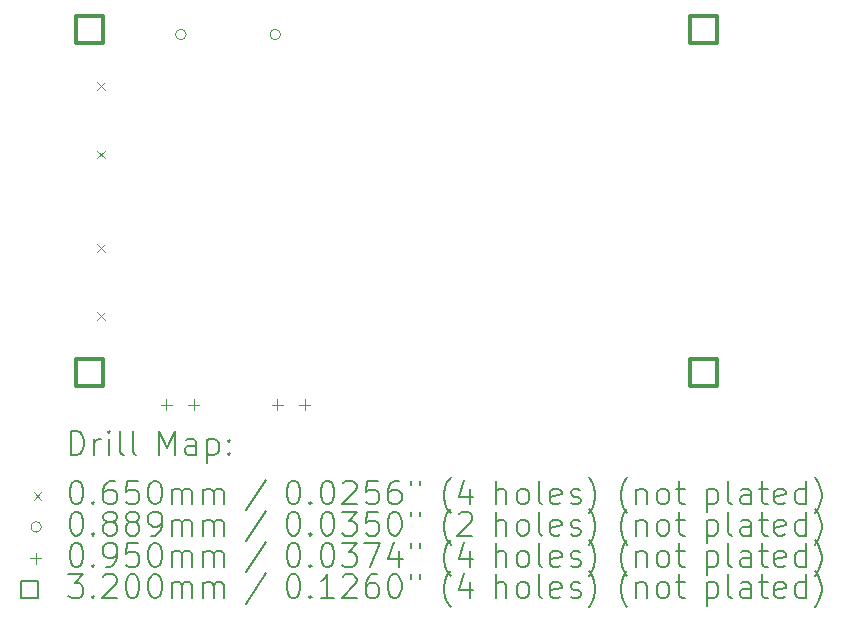
<source format=gbr>
%TF.GenerationSoftware,KiCad,Pcbnew,(7.99.0-174-g31be74b8b3)*%
%TF.CreationDate,2023-07-10T17:11:16+02:00*%
%TF.ProjectId,HydraBus,48796472-6142-4757-932e-6b696361645f,1.0 Rev1.4*%
%TF.SameCoordinates,Original*%
%TF.FileFunction,Drillmap*%
%TF.FilePolarity,Positive*%
%FSLAX45Y45*%
G04 Gerber Fmt 4.5, Leading zero omitted, Abs format (unit mm)*
G04 Created by KiCad (PCBNEW (7.99.0-174-g31be74b8b3)) date 2023-07-10 17:11:16*
%MOMM*%
%LPD*%
G01*
G04 APERTURE LIST*
%ADD10C,0.200000*%
%ADD11C,0.065000*%
%ADD12C,0.088900*%
%ADD13C,0.095000*%
%ADD14C,0.320000*%
G04 APERTURE END LIST*
D10*
D11*
X15318459Y-7644500D02*
X15383459Y-7709500D01*
X15383459Y-7644500D02*
X15318459Y-7709500D01*
X15318459Y-8222500D02*
X15383459Y-8287500D01*
X15383459Y-8222500D02*
X15318459Y-8287500D01*
X15318459Y-9013000D02*
X15383459Y-9078000D01*
X15383459Y-9013000D02*
X15318459Y-9078000D01*
X15318459Y-9591000D02*
X15383459Y-9656000D01*
X15383459Y-9591000D02*
X15318459Y-9656000D01*
D12*
X16069660Y-7239660D02*
G75*
G03*
X16069660Y-7239660I-44450J0D01*
G01*
X16869660Y-7239660D02*
G75*
G03*
X16869660Y-7239660I-44450J0D01*
G01*
D13*
X15903510Y-10325860D02*
X15903510Y-10420860D01*
X15856010Y-10373360D02*
X15951010Y-10373360D01*
X16133510Y-10325860D02*
X16133510Y-10420860D01*
X16086010Y-10373360D02*
X16181010Y-10373360D01*
X16843310Y-10325860D02*
X16843310Y-10420860D01*
X16795810Y-10373360D02*
X16890810Y-10373360D01*
X17073310Y-10325860D02*
X17073310Y-10420860D01*
X17025810Y-10373360D02*
X17120810Y-10373360D01*
D14*
X15363248Y-7313498D02*
X15363248Y-7087222D01*
X15136972Y-7087222D01*
X15136972Y-7313498D01*
X15363248Y-7313498D01*
X15363248Y-10213498D02*
X15363248Y-9987222D01*
X15136972Y-9987222D01*
X15136972Y-10213498D01*
X15363248Y-10213498D01*
X20563248Y-7313498D02*
X20563248Y-7087222D01*
X20336972Y-7087222D01*
X20336972Y-7313498D01*
X20563248Y-7313498D01*
X20563248Y-10213498D02*
X20563248Y-9987222D01*
X20336972Y-9987222D01*
X20336972Y-10213498D01*
X20563248Y-10213498D01*
D10*
X15092729Y-10798836D02*
X15092729Y-10598836D01*
X15092729Y-10598836D02*
X15140348Y-10598836D01*
X15140348Y-10598836D02*
X15168919Y-10608360D01*
X15168919Y-10608360D02*
X15187967Y-10627408D01*
X15187967Y-10627408D02*
X15197491Y-10646455D01*
X15197491Y-10646455D02*
X15207015Y-10684550D01*
X15207015Y-10684550D02*
X15207015Y-10713122D01*
X15207015Y-10713122D02*
X15197491Y-10751217D01*
X15197491Y-10751217D02*
X15187967Y-10770265D01*
X15187967Y-10770265D02*
X15168919Y-10789312D01*
X15168919Y-10789312D02*
X15140348Y-10798836D01*
X15140348Y-10798836D02*
X15092729Y-10798836D01*
X15292729Y-10798836D02*
X15292729Y-10665503D01*
X15292729Y-10703598D02*
X15302253Y-10684550D01*
X15302253Y-10684550D02*
X15311777Y-10675027D01*
X15311777Y-10675027D02*
X15330824Y-10665503D01*
X15330824Y-10665503D02*
X15349872Y-10665503D01*
X15416538Y-10798836D02*
X15416538Y-10665503D01*
X15416538Y-10598836D02*
X15407015Y-10608360D01*
X15407015Y-10608360D02*
X15416538Y-10617884D01*
X15416538Y-10617884D02*
X15426062Y-10608360D01*
X15426062Y-10608360D02*
X15416538Y-10598836D01*
X15416538Y-10598836D02*
X15416538Y-10617884D01*
X15540348Y-10798836D02*
X15521300Y-10789312D01*
X15521300Y-10789312D02*
X15511777Y-10770265D01*
X15511777Y-10770265D02*
X15511777Y-10598836D01*
X15645110Y-10798836D02*
X15626062Y-10789312D01*
X15626062Y-10789312D02*
X15616538Y-10770265D01*
X15616538Y-10770265D02*
X15616538Y-10598836D01*
X15841300Y-10798836D02*
X15841300Y-10598836D01*
X15841300Y-10598836D02*
X15907967Y-10741693D01*
X15907967Y-10741693D02*
X15974634Y-10598836D01*
X15974634Y-10598836D02*
X15974634Y-10798836D01*
X16155586Y-10798836D02*
X16155586Y-10694074D01*
X16155586Y-10694074D02*
X16146062Y-10675027D01*
X16146062Y-10675027D02*
X16127015Y-10665503D01*
X16127015Y-10665503D02*
X16088919Y-10665503D01*
X16088919Y-10665503D02*
X16069872Y-10675027D01*
X16155586Y-10789312D02*
X16136538Y-10798836D01*
X16136538Y-10798836D02*
X16088919Y-10798836D01*
X16088919Y-10798836D02*
X16069872Y-10789312D01*
X16069872Y-10789312D02*
X16060348Y-10770265D01*
X16060348Y-10770265D02*
X16060348Y-10751217D01*
X16060348Y-10751217D02*
X16069872Y-10732170D01*
X16069872Y-10732170D02*
X16088919Y-10722646D01*
X16088919Y-10722646D02*
X16136538Y-10722646D01*
X16136538Y-10722646D02*
X16155586Y-10713122D01*
X16250824Y-10665503D02*
X16250824Y-10865503D01*
X16250824Y-10675027D02*
X16269872Y-10665503D01*
X16269872Y-10665503D02*
X16307967Y-10665503D01*
X16307967Y-10665503D02*
X16327015Y-10675027D01*
X16327015Y-10675027D02*
X16336538Y-10684550D01*
X16336538Y-10684550D02*
X16346062Y-10703598D01*
X16346062Y-10703598D02*
X16346062Y-10760741D01*
X16346062Y-10760741D02*
X16336538Y-10779789D01*
X16336538Y-10779789D02*
X16327015Y-10789312D01*
X16327015Y-10789312D02*
X16307967Y-10798836D01*
X16307967Y-10798836D02*
X16269872Y-10798836D01*
X16269872Y-10798836D02*
X16250824Y-10789312D01*
X16431777Y-10779789D02*
X16441300Y-10789312D01*
X16441300Y-10789312D02*
X16431777Y-10798836D01*
X16431777Y-10798836D02*
X16422253Y-10789312D01*
X16422253Y-10789312D02*
X16431777Y-10779789D01*
X16431777Y-10779789D02*
X16431777Y-10798836D01*
X16431777Y-10675027D02*
X16441300Y-10684550D01*
X16441300Y-10684550D02*
X16431777Y-10694074D01*
X16431777Y-10694074D02*
X16422253Y-10684550D01*
X16422253Y-10684550D02*
X16431777Y-10675027D01*
X16431777Y-10675027D02*
X16431777Y-10694074D01*
D11*
X14780110Y-11112860D02*
X14845110Y-11177860D01*
X14845110Y-11112860D02*
X14780110Y-11177860D01*
D10*
X15130824Y-11018836D02*
X15149872Y-11018836D01*
X15149872Y-11018836D02*
X15168919Y-11028360D01*
X15168919Y-11028360D02*
X15178443Y-11037884D01*
X15178443Y-11037884D02*
X15187967Y-11056931D01*
X15187967Y-11056931D02*
X15197491Y-11095027D01*
X15197491Y-11095027D02*
X15197491Y-11142646D01*
X15197491Y-11142646D02*
X15187967Y-11180741D01*
X15187967Y-11180741D02*
X15178443Y-11199788D01*
X15178443Y-11199788D02*
X15168919Y-11209312D01*
X15168919Y-11209312D02*
X15149872Y-11218836D01*
X15149872Y-11218836D02*
X15130824Y-11218836D01*
X15130824Y-11218836D02*
X15111777Y-11209312D01*
X15111777Y-11209312D02*
X15102253Y-11199788D01*
X15102253Y-11199788D02*
X15092729Y-11180741D01*
X15092729Y-11180741D02*
X15083205Y-11142646D01*
X15083205Y-11142646D02*
X15083205Y-11095027D01*
X15083205Y-11095027D02*
X15092729Y-11056931D01*
X15092729Y-11056931D02*
X15102253Y-11037884D01*
X15102253Y-11037884D02*
X15111777Y-11028360D01*
X15111777Y-11028360D02*
X15130824Y-11018836D01*
X15283205Y-11199788D02*
X15292729Y-11209312D01*
X15292729Y-11209312D02*
X15283205Y-11218836D01*
X15283205Y-11218836D02*
X15273681Y-11209312D01*
X15273681Y-11209312D02*
X15283205Y-11199788D01*
X15283205Y-11199788D02*
X15283205Y-11218836D01*
X15464158Y-11018836D02*
X15426062Y-11018836D01*
X15426062Y-11018836D02*
X15407015Y-11028360D01*
X15407015Y-11028360D02*
X15397491Y-11037884D01*
X15397491Y-11037884D02*
X15378443Y-11066455D01*
X15378443Y-11066455D02*
X15368919Y-11104550D01*
X15368919Y-11104550D02*
X15368919Y-11180741D01*
X15368919Y-11180741D02*
X15378443Y-11199788D01*
X15378443Y-11199788D02*
X15387967Y-11209312D01*
X15387967Y-11209312D02*
X15407015Y-11218836D01*
X15407015Y-11218836D02*
X15445110Y-11218836D01*
X15445110Y-11218836D02*
X15464158Y-11209312D01*
X15464158Y-11209312D02*
X15473681Y-11199788D01*
X15473681Y-11199788D02*
X15483205Y-11180741D01*
X15483205Y-11180741D02*
X15483205Y-11133122D01*
X15483205Y-11133122D02*
X15473681Y-11114074D01*
X15473681Y-11114074D02*
X15464158Y-11104550D01*
X15464158Y-11104550D02*
X15445110Y-11095027D01*
X15445110Y-11095027D02*
X15407015Y-11095027D01*
X15407015Y-11095027D02*
X15387967Y-11104550D01*
X15387967Y-11104550D02*
X15378443Y-11114074D01*
X15378443Y-11114074D02*
X15368919Y-11133122D01*
X15664158Y-11018836D02*
X15568919Y-11018836D01*
X15568919Y-11018836D02*
X15559396Y-11114074D01*
X15559396Y-11114074D02*
X15568919Y-11104550D01*
X15568919Y-11104550D02*
X15587967Y-11095027D01*
X15587967Y-11095027D02*
X15635586Y-11095027D01*
X15635586Y-11095027D02*
X15654634Y-11104550D01*
X15654634Y-11104550D02*
X15664158Y-11114074D01*
X15664158Y-11114074D02*
X15673681Y-11133122D01*
X15673681Y-11133122D02*
X15673681Y-11180741D01*
X15673681Y-11180741D02*
X15664158Y-11199788D01*
X15664158Y-11199788D02*
X15654634Y-11209312D01*
X15654634Y-11209312D02*
X15635586Y-11218836D01*
X15635586Y-11218836D02*
X15587967Y-11218836D01*
X15587967Y-11218836D02*
X15568919Y-11209312D01*
X15568919Y-11209312D02*
X15559396Y-11199788D01*
X15797491Y-11018836D02*
X15816539Y-11018836D01*
X15816539Y-11018836D02*
X15835586Y-11028360D01*
X15835586Y-11028360D02*
X15845110Y-11037884D01*
X15845110Y-11037884D02*
X15854634Y-11056931D01*
X15854634Y-11056931D02*
X15864158Y-11095027D01*
X15864158Y-11095027D02*
X15864158Y-11142646D01*
X15864158Y-11142646D02*
X15854634Y-11180741D01*
X15854634Y-11180741D02*
X15845110Y-11199788D01*
X15845110Y-11199788D02*
X15835586Y-11209312D01*
X15835586Y-11209312D02*
X15816539Y-11218836D01*
X15816539Y-11218836D02*
X15797491Y-11218836D01*
X15797491Y-11218836D02*
X15778443Y-11209312D01*
X15778443Y-11209312D02*
X15768919Y-11199788D01*
X15768919Y-11199788D02*
X15759396Y-11180741D01*
X15759396Y-11180741D02*
X15749872Y-11142646D01*
X15749872Y-11142646D02*
X15749872Y-11095027D01*
X15749872Y-11095027D02*
X15759396Y-11056931D01*
X15759396Y-11056931D02*
X15768919Y-11037884D01*
X15768919Y-11037884D02*
X15778443Y-11028360D01*
X15778443Y-11028360D02*
X15797491Y-11018836D01*
X15949872Y-11218836D02*
X15949872Y-11085503D01*
X15949872Y-11104550D02*
X15959396Y-11095027D01*
X15959396Y-11095027D02*
X15978443Y-11085503D01*
X15978443Y-11085503D02*
X16007015Y-11085503D01*
X16007015Y-11085503D02*
X16026062Y-11095027D01*
X16026062Y-11095027D02*
X16035586Y-11114074D01*
X16035586Y-11114074D02*
X16035586Y-11218836D01*
X16035586Y-11114074D02*
X16045110Y-11095027D01*
X16045110Y-11095027D02*
X16064158Y-11085503D01*
X16064158Y-11085503D02*
X16092729Y-11085503D01*
X16092729Y-11085503D02*
X16111777Y-11095027D01*
X16111777Y-11095027D02*
X16121300Y-11114074D01*
X16121300Y-11114074D02*
X16121300Y-11218836D01*
X16216539Y-11218836D02*
X16216539Y-11085503D01*
X16216539Y-11104550D02*
X16226062Y-11095027D01*
X16226062Y-11095027D02*
X16245110Y-11085503D01*
X16245110Y-11085503D02*
X16273681Y-11085503D01*
X16273681Y-11085503D02*
X16292729Y-11095027D01*
X16292729Y-11095027D02*
X16302253Y-11114074D01*
X16302253Y-11114074D02*
X16302253Y-11218836D01*
X16302253Y-11114074D02*
X16311777Y-11095027D01*
X16311777Y-11095027D02*
X16330824Y-11085503D01*
X16330824Y-11085503D02*
X16359396Y-11085503D01*
X16359396Y-11085503D02*
X16378443Y-11095027D01*
X16378443Y-11095027D02*
X16387967Y-11114074D01*
X16387967Y-11114074D02*
X16387967Y-11218836D01*
X16746062Y-11009312D02*
X16574634Y-11266455D01*
X16970824Y-11018836D02*
X16989872Y-11018836D01*
X16989872Y-11018836D02*
X17008920Y-11028360D01*
X17008920Y-11028360D02*
X17018443Y-11037884D01*
X17018443Y-11037884D02*
X17027967Y-11056931D01*
X17027967Y-11056931D02*
X17037491Y-11095027D01*
X17037491Y-11095027D02*
X17037491Y-11142646D01*
X17037491Y-11142646D02*
X17027967Y-11180741D01*
X17027967Y-11180741D02*
X17018443Y-11199788D01*
X17018443Y-11199788D02*
X17008920Y-11209312D01*
X17008920Y-11209312D02*
X16989872Y-11218836D01*
X16989872Y-11218836D02*
X16970824Y-11218836D01*
X16970824Y-11218836D02*
X16951777Y-11209312D01*
X16951777Y-11209312D02*
X16942253Y-11199788D01*
X16942253Y-11199788D02*
X16932729Y-11180741D01*
X16932729Y-11180741D02*
X16923205Y-11142646D01*
X16923205Y-11142646D02*
X16923205Y-11095027D01*
X16923205Y-11095027D02*
X16932729Y-11056931D01*
X16932729Y-11056931D02*
X16942253Y-11037884D01*
X16942253Y-11037884D02*
X16951777Y-11028360D01*
X16951777Y-11028360D02*
X16970824Y-11018836D01*
X17123205Y-11199788D02*
X17132729Y-11209312D01*
X17132729Y-11209312D02*
X17123205Y-11218836D01*
X17123205Y-11218836D02*
X17113682Y-11209312D01*
X17113682Y-11209312D02*
X17123205Y-11199788D01*
X17123205Y-11199788D02*
X17123205Y-11218836D01*
X17256539Y-11018836D02*
X17275586Y-11018836D01*
X17275586Y-11018836D02*
X17294634Y-11028360D01*
X17294634Y-11028360D02*
X17304158Y-11037884D01*
X17304158Y-11037884D02*
X17313682Y-11056931D01*
X17313682Y-11056931D02*
X17323205Y-11095027D01*
X17323205Y-11095027D02*
X17323205Y-11142646D01*
X17323205Y-11142646D02*
X17313682Y-11180741D01*
X17313682Y-11180741D02*
X17304158Y-11199788D01*
X17304158Y-11199788D02*
X17294634Y-11209312D01*
X17294634Y-11209312D02*
X17275586Y-11218836D01*
X17275586Y-11218836D02*
X17256539Y-11218836D01*
X17256539Y-11218836D02*
X17237491Y-11209312D01*
X17237491Y-11209312D02*
X17227967Y-11199788D01*
X17227967Y-11199788D02*
X17218443Y-11180741D01*
X17218443Y-11180741D02*
X17208920Y-11142646D01*
X17208920Y-11142646D02*
X17208920Y-11095027D01*
X17208920Y-11095027D02*
X17218443Y-11056931D01*
X17218443Y-11056931D02*
X17227967Y-11037884D01*
X17227967Y-11037884D02*
X17237491Y-11028360D01*
X17237491Y-11028360D02*
X17256539Y-11018836D01*
X17399396Y-11037884D02*
X17408920Y-11028360D01*
X17408920Y-11028360D02*
X17427967Y-11018836D01*
X17427967Y-11018836D02*
X17475586Y-11018836D01*
X17475586Y-11018836D02*
X17494634Y-11028360D01*
X17494634Y-11028360D02*
X17504158Y-11037884D01*
X17504158Y-11037884D02*
X17513682Y-11056931D01*
X17513682Y-11056931D02*
X17513682Y-11075979D01*
X17513682Y-11075979D02*
X17504158Y-11104550D01*
X17504158Y-11104550D02*
X17389872Y-11218836D01*
X17389872Y-11218836D02*
X17513682Y-11218836D01*
X17694634Y-11018836D02*
X17599396Y-11018836D01*
X17599396Y-11018836D02*
X17589872Y-11114074D01*
X17589872Y-11114074D02*
X17599396Y-11104550D01*
X17599396Y-11104550D02*
X17618443Y-11095027D01*
X17618443Y-11095027D02*
X17666063Y-11095027D01*
X17666063Y-11095027D02*
X17685110Y-11104550D01*
X17685110Y-11104550D02*
X17694634Y-11114074D01*
X17694634Y-11114074D02*
X17704158Y-11133122D01*
X17704158Y-11133122D02*
X17704158Y-11180741D01*
X17704158Y-11180741D02*
X17694634Y-11199788D01*
X17694634Y-11199788D02*
X17685110Y-11209312D01*
X17685110Y-11209312D02*
X17666063Y-11218836D01*
X17666063Y-11218836D02*
X17618443Y-11218836D01*
X17618443Y-11218836D02*
X17599396Y-11209312D01*
X17599396Y-11209312D02*
X17589872Y-11199788D01*
X17875586Y-11018836D02*
X17837491Y-11018836D01*
X17837491Y-11018836D02*
X17818443Y-11028360D01*
X17818443Y-11028360D02*
X17808920Y-11037884D01*
X17808920Y-11037884D02*
X17789872Y-11066455D01*
X17789872Y-11066455D02*
X17780348Y-11104550D01*
X17780348Y-11104550D02*
X17780348Y-11180741D01*
X17780348Y-11180741D02*
X17789872Y-11199788D01*
X17789872Y-11199788D02*
X17799396Y-11209312D01*
X17799396Y-11209312D02*
X17818443Y-11218836D01*
X17818443Y-11218836D02*
X17856539Y-11218836D01*
X17856539Y-11218836D02*
X17875586Y-11209312D01*
X17875586Y-11209312D02*
X17885110Y-11199788D01*
X17885110Y-11199788D02*
X17894634Y-11180741D01*
X17894634Y-11180741D02*
X17894634Y-11133122D01*
X17894634Y-11133122D02*
X17885110Y-11114074D01*
X17885110Y-11114074D02*
X17875586Y-11104550D01*
X17875586Y-11104550D02*
X17856539Y-11095027D01*
X17856539Y-11095027D02*
X17818443Y-11095027D01*
X17818443Y-11095027D02*
X17799396Y-11104550D01*
X17799396Y-11104550D02*
X17789872Y-11114074D01*
X17789872Y-11114074D02*
X17780348Y-11133122D01*
X17970824Y-11018836D02*
X17970824Y-11056931D01*
X18047015Y-11018836D02*
X18047015Y-11056931D01*
X18309872Y-11295027D02*
X18300348Y-11285503D01*
X18300348Y-11285503D02*
X18281301Y-11256931D01*
X18281301Y-11256931D02*
X18271777Y-11237884D01*
X18271777Y-11237884D02*
X18262253Y-11209312D01*
X18262253Y-11209312D02*
X18252729Y-11161693D01*
X18252729Y-11161693D02*
X18252729Y-11123598D01*
X18252729Y-11123598D02*
X18262253Y-11075979D01*
X18262253Y-11075979D02*
X18271777Y-11047408D01*
X18271777Y-11047408D02*
X18281301Y-11028360D01*
X18281301Y-11028360D02*
X18300348Y-10999789D01*
X18300348Y-10999789D02*
X18309872Y-10990265D01*
X18471777Y-11085503D02*
X18471777Y-11218836D01*
X18424158Y-11009312D02*
X18376539Y-11152170D01*
X18376539Y-11152170D02*
X18500348Y-11152170D01*
X18696539Y-11218836D02*
X18696539Y-11018836D01*
X18782253Y-11218836D02*
X18782253Y-11114074D01*
X18782253Y-11114074D02*
X18772729Y-11095027D01*
X18772729Y-11095027D02*
X18753682Y-11085503D01*
X18753682Y-11085503D02*
X18725110Y-11085503D01*
X18725110Y-11085503D02*
X18706063Y-11095027D01*
X18706063Y-11095027D02*
X18696539Y-11104550D01*
X18906063Y-11218836D02*
X18887015Y-11209312D01*
X18887015Y-11209312D02*
X18877491Y-11199788D01*
X18877491Y-11199788D02*
X18867967Y-11180741D01*
X18867967Y-11180741D02*
X18867967Y-11123598D01*
X18867967Y-11123598D02*
X18877491Y-11104550D01*
X18877491Y-11104550D02*
X18887015Y-11095027D01*
X18887015Y-11095027D02*
X18906063Y-11085503D01*
X18906063Y-11085503D02*
X18934634Y-11085503D01*
X18934634Y-11085503D02*
X18953682Y-11095027D01*
X18953682Y-11095027D02*
X18963205Y-11104550D01*
X18963205Y-11104550D02*
X18972729Y-11123598D01*
X18972729Y-11123598D02*
X18972729Y-11180741D01*
X18972729Y-11180741D02*
X18963205Y-11199788D01*
X18963205Y-11199788D02*
X18953682Y-11209312D01*
X18953682Y-11209312D02*
X18934634Y-11218836D01*
X18934634Y-11218836D02*
X18906063Y-11218836D01*
X19087015Y-11218836D02*
X19067967Y-11209312D01*
X19067967Y-11209312D02*
X19058444Y-11190265D01*
X19058444Y-11190265D02*
X19058444Y-11018836D01*
X19239396Y-11209312D02*
X19220348Y-11218836D01*
X19220348Y-11218836D02*
X19182253Y-11218836D01*
X19182253Y-11218836D02*
X19163205Y-11209312D01*
X19163205Y-11209312D02*
X19153682Y-11190265D01*
X19153682Y-11190265D02*
X19153682Y-11114074D01*
X19153682Y-11114074D02*
X19163205Y-11095027D01*
X19163205Y-11095027D02*
X19182253Y-11085503D01*
X19182253Y-11085503D02*
X19220348Y-11085503D01*
X19220348Y-11085503D02*
X19239396Y-11095027D01*
X19239396Y-11095027D02*
X19248920Y-11114074D01*
X19248920Y-11114074D02*
X19248920Y-11133122D01*
X19248920Y-11133122D02*
X19153682Y-11152170D01*
X19325110Y-11209312D02*
X19344158Y-11218836D01*
X19344158Y-11218836D02*
X19382253Y-11218836D01*
X19382253Y-11218836D02*
X19401301Y-11209312D01*
X19401301Y-11209312D02*
X19410825Y-11190265D01*
X19410825Y-11190265D02*
X19410825Y-11180741D01*
X19410825Y-11180741D02*
X19401301Y-11161693D01*
X19401301Y-11161693D02*
X19382253Y-11152170D01*
X19382253Y-11152170D02*
X19353682Y-11152170D01*
X19353682Y-11152170D02*
X19334634Y-11142646D01*
X19334634Y-11142646D02*
X19325110Y-11123598D01*
X19325110Y-11123598D02*
X19325110Y-11114074D01*
X19325110Y-11114074D02*
X19334634Y-11095027D01*
X19334634Y-11095027D02*
X19353682Y-11085503D01*
X19353682Y-11085503D02*
X19382253Y-11085503D01*
X19382253Y-11085503D02*
X19401301Y-11095027D01*
X19477491Y-11295027D02*
X19487015Y-11285503D01*
X19487015Y-11285503D02*
X19506063Y-11256931D01*
X19506063Y-11256931D02*
X19515586Y-11237884D01*
X19515586Y-11237884D02*
X19525110Y-11209312D01*
X19525110Y-11209312D02*
X19534634Y-11161693D01*
X19534634Y-11161693D02*
X19534634Y-11123598D01*
X19534634Y-11123598D02*
X19525110Y-11075979D01*
X19525110Y-11075979D02*
X19515586Y-11047408D01*
X19515586Y-11047408D02*
X19506063Y-11028360D01*
X19506063Y-11028360D02*
X19487015Y-10999789D01*
X19487015Y-10999789D02*
X19477491Y-10990265D01*
X19807015Y-11295027D02*
X19797491Y-11285503D01*
X19797491Y-11285503D02*
X19778444Y-11256931D01*
X19778444Y-11256931D02*
X19768920Y-11237884D01*
X19768920Y-11237884D02*
X19759396Y-11209312D01*
X19759396Y-11209312D02*
X19749872Y-11161693D01*
X19749872Y-11161693D02*
X19749872Y-11123598D01*
X19749872Y-11123598D02*
X19759396Y-11075979D01*
X19759396Y-11075979D02*
X19768920Y-11047408D01*
X19768920Y-11047408D02*
X19778444Y-11028360D01*
X19778444Y-11028360D02*
X19797491Y-10999789D01*
X19797491Y-10999789D02*
X19807015Y-10990265D01*
X19883205Y-11085503D02*
X19883205Y-11218836D01*
X19883205Y-11104550D02*
X19892729Y-11095027D01*
X19892729Y-11095027D02*
X19911777Y-11085503D01*
X19911777Y-11085503D02*
X19940348Y-11085503D01*
X19940348Y-11085503D02*
X19959396Y-11095027D01*
X19959396Y-11095027D02*
X19968920Y-11114074D01*
X19968920Y-11114074D02*
X19968920Y-11218836D01*
X20092729Y-11218836D02*
X20073682Y-11209312D01*
X20073682Y-11209312D02*
X20064158Y-11199788D01*
X20064158Y-11199788D02*
X20054634Y-11180741D01*
X20054634Y-11180741D02*
X20054634Y-11123598D01*
X20054634Y-11123598D02*
X20064158Y-11104550D01*
X20064158Y-11104550D02*
X20073682Y-11095027D01*
X20073682Y-11095027D02*
X20092729Y-11085503D01*
X20092729Y-11085503D02*
X20121301Y-11085503D01*
X20121301Y-11085503D02*
X20140348Y-11095027D01*
X20140348Y-11095027D02*
X20149872Y-11104550D01*
X20149872Y-11104550D02*
X20159396Y-11123598D01*
X20159396Y-11123598D02*
X20159396Y-11180741D01*
X20159396Y-11180741D02*
X20149872Y-11199788D01*
X20149872Y-11199788D02*
X20140348Y-11209312D01*
X20140348Y-11209312D02*
X20121301Y-11218836D01*
X20121301Y-11218836D02*
X20092729Y-11218836D01*
X20216539Y-11085503D02*
X20292729Y-11085503D01*
X20245110Y-11018836D02*
X20245110Y-11190265D01*
X20245110Y-11190265D02*
X20254634Y-11209312D01*
X20254634Y-11209312D02*
X20273682Y-11218836D01*
X20273682Y-11218836D02*
X20292729Y-11218836D01*
X20479396Y-11085503D02*
X20479396Y-11285503D01*
X20479396Y-11095027D02*
X20498444Y-11085503D01*
X20498444Y-11085503D02*
X20536539Y-11085503D01*
X20536539Y-11085503D02*
X20555586Y-11095027D01*
X20555586Y-11095027D02*
X20565110Y-11104550D01*
X20565110Y-11104550D02*
X20574634Y-11123598D01*
X20574634Y-11123598D02*
X20574634Y-11180741D01*
X20574634Y-11180741D02*
X20565110Y-11199788D01*
X20565110Y-11199788D02*
X20555586Y-11209312D01*
X20555586Y-11209312D02*
X20536539Y-11218836D01*
X20536539Y-11218836D02*
X20498444Y-11218836D01*
X20498444Y-11218836D02*
X20479396Y-11209312D01*
X20688920Y-11218836D02*
X20669872Y-11209312D01*
X20669872Y-11209312D02*
X20660348Y-11190265D01*
X20660348Y-11190265D02*
X20660348Y-11018836D01*
X20850825Y-11218836D02*
X20850825Y-11114074D01*
X20850825Y-11114074D02*
X20841301Y-11095027D01*
X20841301Y-11095027D02*
X20822253Y-11085503D01*
X20822253Y-11085503D02*
X20784158Y-11085503D01*
X20784158Y-11085503D02*
X20765110Y-11095027D01*
X20850825Y-11209312D02*
X20831777Y-11218836D01*
X20831777Y-11218836D02*
X20784158Y-11218836D01*
X20784158Y-11218836D02*
X20765110Y-11209312D01*
X20765110Y-11209312D02*
X20755586Y-11190265D01*
X20755586Y-11190265D02*
X20755586Y-11171217D01*
X20755586Y-11171217D02*
X20765110Y-11152170D01*
X20765110Y-11152170D02*
X20784158Y-11142646D01*
X20784158Y-11142646D02*
X20831777Y-11142646D01*
X20831777Y-11142646D02*
X20850825Y-11133122D01*
X20917491Y-11085503D02*
X20993682Y-11085503D01*
X20946063Y-11018836D02*
X20946063Y-11190265D01*
X20946063Y-11190265D02*
X20955586Y-11209312D01*
X20955586Y-11209312D02*
X20974634Y-11218836D01*
X20974634Y-11218836D02*
X20993682Y-11218836D01*
X21136539Y-11209312D02*
X21117491Y-11218836D01*
X21117491Y-11218836D02*
X21079396Y-11218836D01*
X21079396Y-11218836D02*
X21060348Y-11209312D01*
X21060348Y-11209312D02*
X21050825Y-11190265D01*
X21050825Y-11190265D02*
X21050825Y-11114074D01*
X21050825Y-11114074D02*
X21060348Y-11095027D01*
X21060348Y-11095027D02*
X21079396Y-11085503D01*
X21079396Y-11085503D02*
X21117491Y-11085503D01*
X21117491Y-11085503D02*
X21136539Y-11095027D01*
X21136539Y-11095027D02*
X21146063Y-11114074D01*
X21146063Y-11114074D02*
X21146063Y-11133122D01*
X21146063Y-11133122D02*
X21050825Y-11152170D01*
X21317491Y-11218836D02*
X21317491Y-11018836D01*
X21317491Y-11209312D02*
X21298444Y-11218836D01*
X21298444Y-11218836D02*
X21260348Y-11218836D01*
X21260348Y-11218836D02*
X21241301Y-11209312D01*
X21241301Y-11209312D02*
X21231777Y-11199788D01*
X21231777Y-11199788D02*
X21222253Y-11180741D01*
X21222253Y-11180741D02*
X21222253Y-11123598D01*
X21222253Y-11123598D02*
X21231777Y-11104550D01*
X21231777Y-11104550D02*
X21241301Y-11095027D01*
X21241301Y-11095027D02*
X21260348Y-11085503D01*
X21260348Y-11085503D02*
X21298444Y-11085503D01*
X21298444Y-11085503D02*
X21317491Y-11095027D01*
X21393682Y-11295027D02*
X21403206Y-11285503D01*
X21403206Y-11285503D02*
X21422253Y-11256931D01*
X21422253Y-11256931D02*
X21431777Y-11237884D01*
X21431777Y-11237884D02*
X21441301Y-11209312D01*
X21441301Y-11209312D02*
X21450825Y-11161693D01*
X21450825Y-11161693D02*
X21450825Y-11123598D01*
X21450825Y-11123598D02*
X21441301Y-11075979D01*
X21441301Y-11075979D02*
X21431777Y-11047408D01*
X21431777Y-11047408D02*
X21422253Y-11028360D01*
X21422253Y-11028360D02*
X21403206Y-10999789D01*
X21403206Y-10999789D02*
X21393682Y-10990265D01*
D12*
X14845110Y-11409360D02*
G75*
G03*
X14845110Y-11409360I-44450J0D01*
G01*
D10*
X15130824Y-11282836D02*
X15149872Y-11282836D01*
X15149872Y-11282836D02*
X15168919Y-11292360D01*
X15168919Y-11292360D02*
X15178443Y-11301884D01*
X15178443Y-11301884D02*
X15187967Y-11320931D01*
X15187967Y-11320931D02*
X15197491Y-11359027D01*
X15197491Y-11359027D02*
X15197491Y-11406646D01*
X15197491Y-11406646D02*
X15187967Y-11444741D01*
X15187967Y-11444741D02*
X15178443Y-11463788D01*
X15178443Y-11463788D02*
X15168919Y-11473312D01*
X15168919Y-11473312D02*
X15149872Y-11482836D01*
X15149872Y-11482836D02*
X15130824Y-11482836D01*
X15130824Y-11482836D02*
X15111777Y-11473312D01*
X15111777Y-11473312D02*
X15102253Y-11463788D01*
X15102253Y-11463788D02*
X15092729Y-11444741D01*
X15092729Y-11444741D02*
X15083205Y-11406646D01*
X15083205Y-11406646D02*
X15083205Y-11359027D01*
X15083205Y-11359027D02*
X15092729Y-11320931D01*
X15092729Y-11320931D02*
X15102253Y-11301884D01*
X15102253Y-11301884D02*
X15111777Y-11292360D01*
X15111777Y-11292360D02*
X15130824Y-11282836D01*
X15283205Y-11463788D02*
X15292729Y-11473312D01*
X15292729Y-11473312D02*
X15283205Y-11482836D01*
X15283205Y-11482836D02*
X15273681Y-11473312D01*
X15273681Y-11473312D02*
X15283205Y-11463788D01*
X15283205Y-11463788D02*
X15283205Y-11482836D01*
X15407015Y-11368550D02*
X15387967Y-11359027D01*
X15387967Y-11359027D02*
X15378443Y-11349503D01*
X15378443Y-11349503D02*
X15368919Y-11330455D01*
X15368919Y-11330455D02*
X15368919Y-11320931D01*
X15368919Y-11320931D02*
X15378443Y-11301884D01*
X15378443Y-11301884D02*
X15387967Y-11292360D01*
X15387967Y-11292360D02*
X15407015Y-11282836D01*
X15407015Y-11282836D02*
X15445110Y-11282836D01*
X15445110Y-11282836D02*
X15464158Y-11292360D01*
X15464158Y-11292360D02*
X15473681Y-11301884D01*
X15473681Y-11301884D02*
X15483205Y-11320931D01*
X15483205Y-11320931D02*
X15483205Y-11330455D01*
X15483205Y-11330455D02*
X15473681Y-11349503D01*
X15473681Y-11349503D02*
X15464158Y-11359027D01*
X15464158Y-11359027D02*
X15445110Y-11368550D01*
X15445110Y-11368550D02*
X15407015Y-11368550D01*
X15407015Y-11368550D02*
X15387967Y-11378074D01*
X15387967Y-11378074D02*
X15378443Y-11387598D01*
X15378443Y-11387598D02*
X15368919Y-11406646D01*
X15368919Y-11406646D02*
X15368919Y-11444741D01*
X15368919Y-11444741D02*
X15378443Y-11463788D01*
X15378443Y-11463788D02*
X15387967Y-11473312D01*
X15387967Y-11473312D02*
X15407015Y-11482836D01*
X15407015Y-11482836D02*
X15445110Y-11482836D01*
X15445110Y-11482836D02*
X15464158Y-11473312D01*
X15464158Y-11473312D02*
X15473681Y-11463788D01*
X15473681Y-11463788D02*
X15483205Y-11444741D01*
X15483205Y-11444741D02*
X15483205Y-11406646D01*
X15483205Y-11406646D02*
X15473681Y-11387598D01*
X15473681Y-11387598D02*
X15464158Y-11378074D01*
X15464158Y-11378074D02*
X15445110Y-11368550D01*
X15597491Y-11368550D02*
X15578443Y-11359027D01*
X15578443Y-11359027D02*
X15568919Y-11349503D01*
X15568919Y-11349503D02*
X15559396Y-11330455D01*
X15559396Y-11330455D02*
X15559396Y-11320931D01*
X15559396Y-11320931D02*
X15568919Y-11301884D01*
X15568919Y-11301884D02*
X15578443Y-11292360D01*
X15578443Y-11292360D02*
X15597491Y-11282836D01*
X15597491Y-11282836D02*
X15635586Y-11282836D01*
X15635586Y-11282836D02*
X15654634Y-11292360D01*
X15654634Y-11292360D02*
X15664158Y-11301884D01*
X15664158Y-11301884D02*
X15673681Y-11320931D01*
X15673681Y-11320931D02*
X15673681Y-11330455D01*
X15673681Y-11330455D02*
X15664158Y-11349503D01*
X15664158Y-11349503D02*
X15654634Y-11359027D01*
X15654634Y-11359027D02*
X15635586Y-11368550D01*
X15635586Y-11368550D02*
X15597491Y-11368550D01*
X15597491Y-11368550D02*
X15578443Y-11378074D01*
X15578443Y-11378074D02*
X15568919Y-11387598D01*
X15568919Y-11387598D02*
X15559396Y-11406646D01*
X15559396Y-11406646D02*
X15559396Y-11444741D01*
X15559396Y-11444741D02*
X15568919Y-11463788D01*
X15568919Y-11463788D02*
X15578443Y-11473312D01*
X15578443Y-11473312D02*
X15597491Y-11482836D01*
X15597491Y-11482836D02*
X15635586Y-11482836D01*
X15635586Y-11482836D02*
X15654634Y-11473312D01*
X15654634Y-11473312D02*
X15664158Y-11463788D01*
X15664158Y-11463788D02*
X15673681Y-11444741D01*
X15673681Y-11444741D02*
X15673681Y-11406646D01*
X15673681Y-11406646D02*
X15664158Y-11387598D01*
X15664158Y-11387598D02*
X15654634Y-11378074D01*
X15654634Y-11378074D02*
X15635586Y-11368550D01*
X15768919Y-11482836D02*
X15807015Y-11482836D01*
X15807015Y-11482836D02*
X15826062Y-11473312D01*
X15826062Y-11473312D02*
X15835586Y-11463788D01*
X15835586Y-11463788D02*
X15854634Y-11435217D01*
X15854634Y-11435217D02*
X15864158Y-11397122D01*
X15864158Y-11397122D02*
X15864158Y-11320931D01*
X15864158Y-11320931D02*
X15854634Y-11301884D01*
X15854634Y-11301884D02*
X15845110Y-11292360D01*
X15845110Y-11292360D02*
X15826062Y-11282836D01*
X15826062Y-11282836D02*
X15787967Y-11282836D01*
X15787967Y-11282836D02*
X15768919Y-11292360D01*
X15768919Y-11292360D02*
X15759396Y-11301884D01*
X15759396Y-11301884D02*
X15749872Y-11320931D01*
X15749872Y-11320931D02*
X15749872Y-11368550D01*
X15749872Y-11368550D02*
X15759396Y-11387598D01*
X15759396Y-11387598D02*
X15768919Y-11397122D01*
X15768919Y-11397122D02*
X15787967Y-11406646D01*
X15787967Y-11406646D02*
X15826062Y-11406646D01*
X15826062Y-11406646D02*
X15845110Y-11397122D01*
X15845110Y-11397122D02*
X15854634Y-11387598D01*
X15854634Y-11387598D02*
X15864158Y-11368550D01*
X15949872Y-11482836D02*
X15949872Y-11349503D01*
X15949872Y-11368550D02*
X15959396Y-11359027D01*
X15959396Y-11359027D02*
X15978443Y-11349503D01*
X15978443Y-11349503D02*
X16007015Y-11349503D01*
X16007015Y-11349503D02*
X16026062Y-11359027D01*
X16026062Y-11359027D02*
X16035586Y-11378074D01*
X16035586Y-11378074D02*
X16035586Y-11482836D01*
X16035586Y-11378074D02*
X16045110Y-11359027D01*
X16045110Y-11359027D02*
X16064158Y-11349503D01*
X16064158Y-11349503D02*
X16092729Y-11349503D01*
X16092729Y-11349503D02*
X16111777Y-11359027D01*
X16111777Y-11359027D02*
X16121300Y-11378074D01*
X16121300Y-11378074D02*
X16121300Y-11482836D01*
X16216539Y-11482836D02*
X16216539Y-11349503D01*
X16216539Y-11368550D02*
X16226062Y-11359027D01*
X16226062Y-11359027D02*
X16245110Y-11349503D01*
X16245110Y-11349503D02*
X16273681Y-11349503D01*
X16273681Y-11349503D02*
X16292729Y-11359027D01*
X16292729Y-11359027D02*
X16302253Y-11378074D01*
X16302253Y-11378074D02*
X16302253Y-11482836D01*
X16302253Y-11378074D02*
X16311777Y-11359027D01*
X16311777Y-11359027D02*
X16330824Y-11349503D01*
X16330824Y-11349503D02*
X16359396Y-11349503D01*
X16359396Y-11349503D02*
X16378443Y-11359027D01*
X16378443Y-11359027D02*
X16387967Y-11378074D01*
X16387967Y-11378074D02*
X16387967Y-11482836D01*
X16746062Y-11273312D02*
X16574634Y-11530455D01*
X16970824Y-11282836D02*
X16989872Y-11282836D01*
X16989872Y-11282836D02*
X17008920Y-11292360D01*
X17008920Y-11292360D02*
X17018443Y-11301884D01*
X17018443Y-11301884D02*
X17027967Y-11320931D01*
X17027967Y-11320931D02*
X17037491Y-11359027D01*
X17037491Y-11359027D02*
X17037491Y-11406646D01*
X17037491Y-11406646D02*
X17027967Y-11444741D01*
X17027967Y-11444741D02*
X17018443Y-11463788D01*
X17018443Y-11463788D02*
X17008920Y-11473312D01*
X17008920Y-11473312D02*
X16989872Y-11482836D01*
X16989872Y-11482836D02*
X16970824Y-11482836D01*
X16970824Y-11482836D02*
X16951777Y-11473312D01*
X16951777Y-11473312D02*
X16942253Y-11463788D01*
X16942253Y-11463788D02*
X16932729Y-11444741D01*
X16932729Y-11444741D02*
X16923205Y-11406646D01*
X16923205Y-11406646D02*
X16923205Y-11359027D01*
X16923205Y-11359027D02*
X16932729Y-11320931D01*
X16932729Y-11320931D02*
X16942253Y-11301884D01*
X16942253Y-11301884D02*
X16951777Y-11292360D01*
X16951777Y-11292360D02*
X16970824Y-11282836D01*
X17123205Y-11463788D02*
X17132729Y-11473312D01*
X17132729Y-11473312D02*
X17123205Y-11482836D01*
X17123205Y-11482836D02*
X17113682Y-11473312D01*
X17113682Y-11473312D02*
X17123205Y-11463788D01*
X17123205Y-11463788D02*
X17123205Y-11482836D01*
X17256539Y-11282836D02*
X17275586Y-11282836D01*
X17275586Y-11282836D02*
X17294634Y-11292360D01*
X17294634Y-11292360D02*
X17304158Y-11301884D01*
X17304158Y-11301884D02*
X17313682Y-11320931D01*
X17313682Y-11320931D02*
X17323205Y-11359027D01*
X17323205Y-11359027D02*
X17323205Y-11406646D01*
X17323205Y-11406646D02*
X17313682Y-11444741D01*
X17313682Y-11444741D02*
X17304158Y-11463788D01*
X17304158Y-11463788D02*
X17294634Y-11473312D01*
X17294634Y-11473312D02*
X17275586Y-11482836D01*
X17275586Y-11482836D02*
X17256539Y-11482836D01*
X17256539Y-11482836D02*
X17237491Y-11473312D01*
X17237491Y-11473312D02*
X17227967Y-11463788D01*
X17227967Y-11463788D02*
X17218443Y-11444741D01*
X17218443Y-11444741D02*
X17208920Y-11406646D01*
X17208920Y-11406646D02*
X17208920Y-11359027D01*
X17208920Y-11359027D02*
X17218443Y-11320931D01*
X17218443Y-11320931D02*
X17227967Y-11301884D01*
X17227967Y-11301884D02*
X17237491Y-11292360D01*
X17237491Y-11292360D02*
X17256539Y-11282836D01*
X17389872Y-11282836D02*
X17513682Y-11282836D01*
X17513682Y-11282836D02*
X17447015Y-11359027D01*
X17447015Y-11359027D02*
X17475586Y-11359027D01*
X17475586Y-11359027D02*
X17494634Y-11368550D01*
X17494634Y-11368550D02*
X17504158Y-11378074D01*
X17504158Y-11378074D02*
X17513682Y-11397122D01*
X17513682Y-11397122D02*
X17513682Y-11444741D01*
X17513682Y-11444741D02*
X17504158Y-11463788D01*
X17504158Y-11463788D02*
X17494634Y-11473312D01*
X17494634Y-11473312D02*
X17475586Y-11482836D01*
X17475586Y-11482836D02*
X17418443Y-11482836D01*
X17418443Y-11482836D02*
X17399396Y-11473312D01*
X17399396Y-11473312D02*
X17389872Y-11463788D01*
X17694634Y-11282836D02*
X17599396Y-11282836D01*
X17599396Y-11282836D02*
X17589872Y-11378074D01*
X17589872Y-11378074D02*
X17599396Y-11368550D01*
X17599396Y-11368550D02*
X17618443Y-11359027D01*
X17618443Y-11359027D02*
X17666063Y-11359027D01*
X17666063Y-11359027D02*
X17685110Y-11368550D01*
X17685110Y-11368550D02*
X17694634Y-11378074D01*
X17694634Y-11378074D02*
X17704158Y-11397122D01*
X17704158Y-11397122D02*
X17704158Y-11444741D01*
X17704158Y-11444741D02*
X17694634Y-11463788D01*
X17694634Y-11463788D02*
X17685110Y-11473312D01*
X17685110Y-11473312D02*
X17666063Y-11482836D01*
X17666063Y-11482836D02*
X17618443Y-11482836D01*
X17618443Y-11482836D02*
X17599396Y-11473312D01*
X17599396Y-11473312D02*
X17589872Y-11463788D01*
X17827967Y-11282836D02*
X17847015Y-11282836D01*
X17847015Y-11282836D02*
X17866063Y-11292360D01*
X17866063Y-11292360D02*
X17875586Y-11301884D01*
X17875586Y-11301884D02*
X17885110Y-11320931D01*
X17885110Y-11320931D02*
X17894634Y-11359027D01*
X17894634Y-11359027D02*
X17894634Y-11406646D01*
X17894634Y-11406646D02*
X17885110Y-11444741D01*
X17885110Y-11444741D02*
X17875586Y-11463788D01*
X17875586Y-11463788D02*
X17866063Y-11473312D01*
X17866063Y-11473312D02*
X17847015Y-11482836D01*
X17847015Y-11482836D02*
X17827967Y-11482836D01*
X17827967Y-11482836D02*
X17808920Y-11473312D01*
X17808920Y-11473312D02*
X17799396Y-11463788D01*
X17799396Y-11463788D02*
X17789872Y-11444741D01*
X17789872Y-11444741D02*
X17780348Y-11406646D01*
X17780348Y-11406646D02*
X17780348Y-11359027D01*
X17780348Y-11359027D02*
X17789872Y-11320931D01*
X17789872Y-11320931D02*
X17799396Y-11301884D01*
X17799396Y-11301884D02*
X17808920Y-11292360D01*
X17808920Y-11292360D02*
X17827967Y-11282836D01*
X17970824Y-11282836D02*
X17970824Y-11320931D01*
X18047015Y-11282836D02*
X18047015Y-11320931D01*
X18309872Y-11559027D02*
X18300348Y-11549503D01*
X18300348Y-11549503D02*
X18281301Y-11520931D01*
X18281301Y-11520931D02*
X18271777Y-11501884D01*
X18271777Y-11501884D02*
X18262253Y-11473312D01*
X18262253Y-11473312D02*
X18252729Y-11425693D01*
X18252729Y-11425693D02*
X18252729Y-11387598D01*
X18252729Y-11387598D02*
X18262253Y-11339979D01*
X18262253Y-11339979D02*
X18271777Y-11311408D01*
X18271777Y-11311408D02*
X18281301Y-11292360D01*
X18281301Y-11292360D02*
X18300348Y-11263788D01*
X18300348Y-11263788D02*
X18309872Y-11254265D01*
X18376539Y-11301884D02*
X18386063Y-11292360D01*
X18386063Y-11292360D02*
X18405110Y-11282836D01*
X18405110Y-11282836D02*
X18452729Y-11282836D01*
X18452729Y-11282836D02*
X18471777Y-11292360D01*
X18471777Y-11292360D02*
X18481301Y-11301884D01*
X18481301Y-11301884D02*
X18490824Y-11320931D01*
X18490824Y-11320931D02*
X18490824Y-11339979D01*
X18490824Y-11339979D02*
X18481301Y-11368550D01*
X18481301Y-11368550D02*
X18367015Y-11482836D01*
X18367015Y-11482836D02*
X18490824Y-11482836D01*
X18696539Y-11482836D02*
X18696539Y-11282836D01*
X18782253Y-11482836D02*
X18782253Y-11378074D01*
X18782253Y-11378074D02*
X18772729Y-11359027D01*
X18772729Y-11359027D02*
X18753682Y-11349503D01*
X18753682Y-11349503D02*
X18725110Y-11349503D01*
X18725110Y-11349503D02*
X18706063Y-11359027D01*
X18706063Y-11359027D02*
X18696539Y-11368550D01*
X18906063Y-11482836D02*
X18887015Y-11473312D01*
X18887015Y-11473312D02*
X18877491Y-11463788D01*
X18877491Y-11463788D02*
X18867967Y-11444741D01*
X18867967Y-11444741D02*
X18867967Y-11387598D01*
X18867967Y-11387598D02*
X18877491Y-11368550D01*
X18877491Y-11368550D02*
X18887015Y-11359027D01*
X18887015Y-11359027D02*
X18906063Y-11349503D01*
X18906063Y-11349503D02*
X18934634Y-11349503D01*
X18934634Y-11349503D02*
X18953682Y-11359027D01*
X18953682Y-11359027D02*
X18963205Y-11368550D01*
X18963205Y-11368550D02*
X18972729Y-11387598D01*
X18972729Y-11387598D02*
X18972729Y-11444741D01*
X18972729Y-11444741D02*
X18963205Y-11463788D01*
X18963205Y-11463788D02*
X18953682Y-11473312D01*
X18953682Y-11473312D02*
X18934634Y-11482836D01*
X18934634Y-11482836D02*
X18906063Y-11482836D01*
X19087015Y-11482836D02*
X19067967Y-11473312D01*
X19067967Y-11473312D02*
X19058444Y-11454265D01*
X19058444Y-11454265D02*
X19058444Y-11282836D01*
X19239396Y-11473312D02*
X19220348Y-11482836D01*
X19220348Y-11482836D02*
X19182253Y-11482836D01*
X19182253Y-11482836D02*
X19163205Y-11473312D01*
X19163205Y-11473312D02*
X19153682Y-11454265D01*
X19153682Y-11454265D02*
X19153682Y-11378074D01*
X19153682Y-11378074D02*
X19163205Y-11359027D01*
X19163205Y-11359027D02*
X19182253Y-11349503D01*
X19182253Y-11349503D02*
X19220348Y-11349503D01*
X19220348Y-11349503D02*
X19239396Y-11359027D01*
X19239396Y-11359027D02*
X19248920Y-11378074D01*
X19248920Y-11378074D02*
X19248920Y-11397122D01*
X19248920Y-11397122D02*
X19153682Y-11416169D01*
X19325110Y-11473312D02*
X19344158Y-11482836D01*
X19344158Y-11482836D02*
X19382253Y-11482836D01*
X19382253Y-11482836D02*
X19401301Y-11473312D01*
X19401301Y-11473312D02*
X19410825Y-11454265D01*
X19410825Y-11454265D02*
X19410825Y-11444741D01*
X19410825Y-11444741D02*
X19401301Y-11425693D01*
X19401301Y-11425693D02*
X19382253Y-11416169D01*
X19382253Y-11416169D02*
X19353682Y-11416169D01*
X19353682Y-11416169D02*
X19334634Y-11406646D01*
X19334634Y-11406646D02*
X19325110Y-11387598D01*
X19325110Y-11387598D02*
X19325110Y-11378074D01*
X19325110Y-11378074D02*
X19334634Y-11359027D01*
X19334634Y-11359027D02*
X19353682Y-11349503D01*
X19353682Y-11349503D02*
X19382253Y-11349503D01*
X19382253Y-11349503D02*
X19401301Y-11359027D01*
X19477491Y-11559027D02*
X19487015Y-11549503D01*
X19487015Y-11549503D02*
X19506063Y-11520931D01*
X19506063Y-11520931D02*
X19515586Y-11501884D01*
X19515586Y-11501884D02*
X19525110Y-11473312D01*
X19525110Y-11473312D02*
X19534634Y-11425693D01*
X19534634Y-11425693D02*
X19534634Y-11387598D01*
X19534634Y-11387598D02*
X19525110Y-11339979D01*
X19525110Y-11339979D02*
X19515586Y-11311408D01*
X19515586Y-11311408D02*
X19506063Y-11292360D01*
X19506063Y-11292360D02*
X19487015Y-11263788D01*
X19487015Y-11263788D02*
X19477491Y-11254265D01*
X19807015Y-11559027D02*
X19797491Y-11549503D01*
X19797491Y-11549503D02*
X19778444Y-11520931D01*
X19778444Y-11520931D02*
X19768920Y-11501884D01*
X19768920Y-11501884D02*
X19759396Y-11473312D01*
X19759396Y-11473312D02*
X19749872Y-11425693D01*
X19749872Y-11425693D02*
X19749872Y-11387598D01*
X19749872Y-11387598D02*
X19759396Y-11339979D01*
X19759396Y-11339979D02*
X19768920Y-11311408D01*
X19768920Y-11311408D02*
X19778444Y-11292360D01*
X19778444Y-11292360D02*
X19797491Y-11263788D01*
X19797491Y-11263788D02*
X19807015Y-11254265D01*
X19883205Y-11349503D02*
X19883205Y-11482836D01*
X19883205Y-11368550D02*
X19892729Y-11359027D01*
X19892729Y-11359027D02*
X19911777Y-11349503D01*
X19911777Y-11349503D02*
X19940348Y-11349503D01*
X19940348Y-11349503D02*
X19959396Y-11359027D01*
X19959396Y-11359027D02*
X19968920Y-11378074D01*
X19968920Y-11378074D02*
X19968920Y-11482836D01*
X20092729Y-11482836D02*
X20073682Y-11473312D01*
X20073682Y-11473312D02*
X20064158Y-11463788D01*
X20064158Y-11463788D02*
X20054634Y-11444741D01*
X20054634Y-11444741D02*
X20054634Y-11387598D01*
X20054634Y-11387598D02*
X20064158Y-11368550D01*
X20064158Y-11368550D02*
X20073682Y-11359027D01*
X20073682Y-11359027D02*
X20092729Y-11349503D01*
X20092729Y-11349503D02*
X20121301Y-11349503D01*
X20121301Y-11349503D02*
X20140348Y-11359027D01*
X20140348Y-11359027D02*
X20149872Y-11368550D01*
X20149872Y-11368550D02*
X20159396Y-11387598D01*
X20159396Y-11387598D02*
X20159396Y-11444741D01*
X20159396Y-11444741D02*
X20149872Y-11463788D01*
X20149872Y-11463788D02*
X20140348Y-11473312D01*
X20140348Y-11473312D02*
X20121301Y-11482836D01*
X20121301Y-11482836D02*
X20092729Y-11482836D01*
X20216539Y-11349503D02*
X20292729Y-11349503D01*
X20245110Y-11282836D02*
X20245110Y-11454265D01*
X20245110Y-11454265D02*
X20254634Y-11473312D01*
X20254634Y-11473312D02*
X20273682Y-11482836D01*
X20273682Y-11482836D02*
X20292729Y-11482836D01*
X20479396Y-11349503D02*
X20479396Y-11549503D01*
X20479396Y-11359027D02*
X20498444Y-11349503D01*
X20498444Y-11349503D02*
X20536539Y-11349503D01*
X20536539Y-11349503D02*
X20555586Y-11359027D01*
X20555586Y-11359027D02*
X20565110Y-11368550D01*
X20565110Y-11368550D02*
X20574634Y-11387598D01*
X20574634Y-11387598D02*
X20574634Y-11444741D01*
X20574634Y-11444741D02*
X20565110Y-11463788D01*
X20565110Y-11463788D02*
X20555586Y-11473312D01*
X20555586Y-11473312D02*
X20536539Y-11482836D01*
X20536539Y-11482836D02*
X20498444Y-11482836D01*
X20498444Y-11482836D02*
X20479396Y-11473312D01*
X20688920Y-11482836D02*
X20669872Y-11473312D01*
X20669872Y-11473312D02*
X20660348Y-11454265D01*
X20660348Y-11454265D02*
X20660348Y-11282836D01*
X20850825Y-11482836D02*
X20850825Y-11378074D01*
X20850825Y-11378074D02*
X20841301Y-11359027D01*
X20841301Y-11359027D02*
X20822253Y-11349503D01*
X20822253Y-11349503D02*
X20784158Y-11349503D01*
X20784158Y-11349503D02*
X20765110Y-11359027D01*
X20850825Y-11473312D02*
X20831777Y-11482836D01*
X20831777Y-11482836D02*
X20784158Y-11482836D01*
X20784158Y-11482836D02*
X20765110Y-11473312D01*
X20765110Y-11473312D02*
X20755586Y-11454265D01*
X20755586Y-11454265D02*
X20755586Y-11435217D01*
X20755586Y-11435217D02*
X20765110Y-11416169D01*
X20765110Y-11416169D02*
X20784158Y-11406646D01*
X20784158Y-11406646D02*
X20831777Y-11406646D01*
X20831777Y-11406646D02*
X20850825Y-11397122D01*
X20917491Y-11349503D02*
X20993682Y-11349503D01*
X20946063Y-11282836D02*
X20946063Y-11454265D01*
X20946063Y-11454265D02*
X20955586Y-11473312D01*
X20955586Y-11473312D02*
X20974634Y-11482836D01*
X20974634Y-11482836D02*
X20993682Y-11482836D01*
X21136539Y-11473312D02*
X21117491Y-11482836D01*
X21117491Y-11482836D02*
X21079396Y-11482836D01*
X21079396Y-11482836D02*
X21060348Y-11473312D01*
X21060348Y-11473312D02*
X21050825Y-11454265D01*
X21050825Y-11454265D02*
X21050825Y-11378074D01*
X21050825Y-11378074D02*
X21060348Y-11359027D01*
X21060348Y-11359027D02*
X21079396Y-11349503D01*
X21079396Y-11349503D02*
X21117491Y-11349503D01*
X21117491Y-11349503D02*
X21136539Y-11359027D01*
X21136539Y-11359027D02*
X21146063Y-11378074D01*
X21146063Y-11378074D02*
X21146063Y-11397122D01*
X21146063Y-11397122D02*
X21050825Y-11416169D01*
X21317491Y-11482836D02*
X21317491Y-11282836D01*
X21317491Y-11473312D02*
X21298444Y-11482836D01*
X21298444Y-11482836D02*
X21260348Y-11482836D01*
X21260348Y-11482836D02*
X21241301Y-11473312D01*
X21241301Y-11473312D02*
X21231777Y-11463788D01*
X21231777Y-11463788D02*
X21222253Y-11444741D01*
X21222253Y-11444741D02*
X21222253Y-11387598D01*
X21222253Y-11387598D02*
X21231777Y-11368550D01*
X21231777Y-11368550D02*
X21241301Y-11359027D01*
X21241301Y-11359027D02*
X21260348Y-11349503D01*
X21260348Y-11349503D02*
X21298444Y-11349503D01*
X21298444Y-11349503D02*
X21317491Y-11359027D01*
X21393682Y-11559027D02*
X21403206Y-11549503D01*
X21403206Y-11549503D02*
X21422253Y-11520931D01*
X21422253Y-11520931D02*
X21431777Y-11501884D01*
X21431777Y-11501884D02*
X21441301Y-11473312D01*
X21441301Y-11473312D02*
X21450825Y-11425693D01*
X21450825Y-11425693D02*
X21450825Y-11387598D01*
X21450825Y-11387598D02*
X21441301Y-11339979D01*
X21441301Y-11339979D02*
X21431777Y-11311408D01*
X21431777Y-11311408D02*
X21422253Y-11292360D01*
X21422253Y-11292360D02*
X21403206Y-11263788D01*
X21403206Y-11263788D02*
X21393682Y-11254265D01*
D13*
X14797610Y-11625860D02*
X14797610Y-11720860D01*
X14750110Y-11673360D02*
X14845110Y-11673360D01*
D10*
X15130824Y-11546836D02*
X15149872Y-11546836D01*
X15149872Y-11546836D02*
X15168919Y-11556360D01*
X15168919Y-11556360D02*
X15178443Y-11565884D01*
X15178443Y-11565884D02*
X15187967Y-11584931D01*
X15187967Y-11584931D02*
X15197491Y-11623027D01*
X15197491Y-11623027D02*
X15197491Y-11670646D01*
X15197491Y-11670646D02*
X15187967Y-11708741D01*
X15187967Y-11708741D02*
X15178443Y-11727788D01*
X15178443Y-11727788D02*
X15168919Y-11737312D01*
X15168919Y-11737312D02*
X15149872Y-11746836D01*
X15149872Y-11746836D02*
X15130824Y-11746836D01*
X15130824Y-11746836D02*
X15111777Y-11737312D01*
X15111777Y-11737312D02*
X15102253Y-11727788D01*
X15102253Y-11727788D02*
X15092729Y-11708741D01*
X15092729Y-11708741D02*
X15083205Y-11670646D01*
X15083205Y-11670646D02*
X15083205Y-11623027D01*
X15083205Y-11623027D02*
X15092729Y-11584931D01*
X15092729Y-11584931D02*
X15102253Y-11565884D01*
X15102253Y-11565884D02*
X15111777Y-11556360D01*
X15111777Y-11556360D02*
X15130824Y-11546836D01*
X15283205Y-11727788D02*
X15292729Y-11737312D01*
X15292729Y-11737312D02*
X15283205Y-11746836D01*
X15283205Y-11746836D02*
X15273681Y-11737312D01*
X15273681Y-11737312D02*
X15283205Y-11727788D01*
X15283205Y-11727788D02*
X15283205Y-11746836D01*
X15387967Y-11746836D02*
X15426062Y-11746836D01*
X15426062Y-11746836D02*
X15445110Y-11737312D01*
X15445110Y-11737312D02*
X15454634Y-11727788D01*
X15454634Y-11727788D02*
X15473681Y-11699217D01*
X15473681Y-11699217D02*
X15483205Y-11661122D01*
X15483205Y-11661122D02*
X15483205Y-11584931D01*
X15483205Y-11584931D02*
X15473681Y-11565884D01*
X15473681Y-11565884D02*
X15464158Y-11556360D01*
X15464158Y-11556360D02*
X15445110Y-11546836D01*
X15445110Y-11546836D02*
X15407015Y-11546836D01*
X15407015Y-11546836D02*
X15387967Y-11556360D01*
X15387967Y-11556360D02*
X15378443Y-11565884D01*
X15378443Y-11565884D02*
X15368919Y-11584931D01*
X15368919Y-11584931D02*
X15368919Y-11632550D01*
X15368919Y-11632550D02*
X15378443Y-11651598D01*
X15378443Y-11651598D02*
X15387967Y-11661122D01*
X15387967Y-11661122D02*
X15407015Y-11670646D01*
X15407015Y-11670646D02*
X15445110Y-11670646D01*
X15445110Y-11670646D02*
X15464158Y-11661122D01*
X15464158Y-11661122D02*
X15473681Y-11651598D01*
X15473681Y-11651598D02*
X15483205Y-11632550D01*
X15664158Y-11546836D02*
X15568919Y-11546836D01*
X15568919Y-11546836D02*
X15559396Y-11642074D01*
X15559396Y-11642074D02*
X15568919Y-11632550D01*
X15568919Y-11632550D02*
X15587967Y-11623027D01*
X15587967Y-11623027D02*
X15635586Y-11623027D01*
X15635586Y-11623027D02*
X15654634Y-11632550D01*
X15654634Y-11632550D02*
X15664158Y-11642074D01*
X15664158Y-11642074D02*
X15673681Y-11661122D01*
X15673681Y-11661122D02*
X15673681Y-11708741D01*
X15673681Y-11708741D02*
X15664158Y-11727788D01*
X15664158Y-11727788D02*
X15654634Y-11737312D01*
X15654634Y-11737312D02*
X15635586Y-11746836D01*
X15635586Y-11746836D02*
X15587967Y-11746836D01*
X15587967Y-11746836D02*
X15568919Y-11737312D01*
X15568919Y-11737312D02*
X15559396Y-11727788D01*
X15797491Y-11546836D02*
X15816539Y-11546836D01*
X15816539Y-11546836D02*
X15835586Y-11556360D01*
X15835586Y-11556360D02*
X15845110Y-11565884D01*
X15845110Y-11565884D02*
X15854634Y-11584931D01*
X15854634Y-11584931D02*
X15864158Y-11623027D01*
X15864158Y-11623027D02*
X15864158Y-11670646D01*
X15864158Y-11670646D02*
X15854634Y-11708741D01*
X15854634Y-11708741D02*
X15845110Y-11727788D01*
X15845110Y-11727788D02*
X15835586Y-11737312D01*
X15835586Y-11737312D02*
X15816539Y-11746836D01*
X15816539Y-11746836D02*
X15797491Y-11746836D01*
X15797491Y-11746836D02*
X15778443Y-11737312D01*
X15778443Y-11737312D02*
X15768919Y-11727788D01*
X15768919Y-11727788D02*
X15759396Y-11708741D01*
X15759396Y-11708741D02*
X15749872Y-11670646D01*
X15749872Y-11670646D02*
X15749872Y-11623027D01*
X15749872Y-11623027D02*
X15759396Y-11584931D01*
X15759396Y-11584931D02*
X15768919Y-11565884D01*
X15768919Y-11565884D02*
X15778443Y-11556360D01*
X15778443Y-11556360D02*
X15797491Y-11546836D01*
X15949872Y-11746836D02*
X15949872Y-11613503D01*
X15949872Y-11632550D02*
X15959396Y-11623027D01*
X15959396Y-11623027D02*
X15978443Y-11613503D01*
X15978443Y-11613503D02*
X16007015Y-11613503D01*
X16007015Y-11613503D02*
X16026062Y-11623027D01*
X16026062Y-11623027D02*
X16035586Y-11642074D01*
X16035586Y-11642074D02*
X16035586Y-11746836D01*
X16035586Y-11642074D02*
X16045110Y-11623027D01*
X16045110Y-11623027D02*
X16064158Y-11613503D01*
X16064158Y-11613503D02*
X16092729Y-11613503D01*
X16092729Y-11613503D02*
X16111777Y-11623027D01*
X16111777Y-11623027D02*
X16121300Y-11642074D01*
X16121300Y-11642074D02*
X16121300Y-11746836D01*
X16216539Y-11746836D02*
X16216539Y-11613503D01*
X16216539Y-11632550D02*
X16226062Y-11623027D01*
X16226062Y-11623027D02*
X16245110Y-11613503D01*
X16245110Y-11613503D02*
X16273681Y-11613503D01*
X16273681Y-11613503D02*
X16292729Y-11623027D01*
X16292729Y-11623027D02*
X16302253Y-11642074D01*
X16302253Y-11642074D02*
X16302253Y-11746836D01*
X16302253Y-11642074D02*
X16311777Y-11623027D01*
X16311777Y-11623027D02*
X16330824Y-11613503D01*
X16330824Y-11613503D02*
X16359396Y-11613503D01*
X16359396Y-11613503D02*
X16378443Y-11623027D01*
X16378443Y-11623027D02*
X16387967Y-11642074D01*
X16387967Y-11642074D02*
X16387967Y-11746836D01*
X16746062Y-11537312D02*
X16574634Y-11794455D01*
X16970824Y-11546836D02*
X16989872Y-11546836D01*
X16989872Y-11546836D02*
X17008920Y-11556360D01*
X17008920Y-11556360D02*
X17018443Y-11565884D01*
X17018443Y-11565884D02*
X17027967Y-11584931D01*
X17027967Y-11584931D02*
X17037491Y-11623027D01*
X17037491Y-11623027D02*
X17037491Y-11670646D01*
X17037491Y-11670646D02*
X17027967Y-11708741D01*
X17027967Y-11708741D02*
X17018443Y-11727788D01*
X17018443Y-11727788D02*
X17008920Y-11737312D01*
X17008920Y-11737312D02*
X16989872Y-11746836D01*
X16989872Y-11746836D02*
X16970824Y-11746836D01*
X16970824Y-11746836D02*
X16951777Y-11737312D01*
X16951777Y-11737312D02*
X16942253Y-11727788D01*
X16942253Y-11727788D02*
X16932729Y-11708741D01*
X16932729Y-11708741D02*
X16923205Y-11670646D01*
X16923205Y-11670646D02*
X16923205Y-11623027D01*
X16923205Y-11623027D02*
X16932729Y-11584931D01*
X16932729Y-11584931D02*
X16942253Y-11565884D01*
X16942253Y-11565884D02*
X16951777Y-11556360D01*
X16951777Y-11556360D02*
X16970824Y-11546836D01*
X17123205Y-11727788D02*
X17132729Y-11737312D01*
X17132729Y-11737312D02*
X17123205Y-11746836D01*
X17123205Y-11746836D02*
X17113682Y-11737312D01*
X17113682Y-11737312D02*
X17123205Y-11727788D01*
X17123205Y-11727788D02*
X17123205Y-11746836D01*
X17256539Y-11546836D02*
X17275586Y-11546836D01*
X17275586Y-11546836D02*
X17294634Y-11556360D01*
X17294634Y-11556360D02*
X17304158Y-11565884D01*
X17304158Y-11565884D02*
X17313682Y-11584931D01*
X17313682Y-11584931D02*
X17323205Y-11623027D01*
X17323205Y-11623027D02*
X17323205Y-11670646D01*
X17323205Y-11670646D02*
X17313682Y-11708741D01*
X17313682Y-11708741D02*
X17304158Y-11727788D01*
X17304158Y-11727788D02*
X17294634Y-11737312D01*
X17294634Y-11737312D02*
X17275586Y-11746836D01*
X17275586Y-11746836D02*
X17256539Y-11746836D01*
X17256539Y-11746836D02*
X17237491Y-11737312D01*
X17237491Y-11737312D02*
X17227967Y-11727788D01*
X17227967Y-11727788D02*
X17218443Y-11708741D01*
X17218443Y-11708741D02*
X17208920Y-11670646D01*
X17208920Y-11670646D02*
X17208920Y-11623027D01*
X17208920Y-11623027D02*
X17218443Y-11584931D01*
X17218443Y-11584931D02*
X17227967Y-11565884D01*
X17227967Y-11565884D02*
X17237491Y-11556360D01*
X17237491Y-11556360D02*
X17256539Y-11546836D01*
X17389872Y-11546836D02*
X17513682Y-11546836D01*
X17513682Y-11546836D02*
X17447015Y-11623027D01*
X17447015Y-11623027D02*
X17475586Y-11623027D01*
X17475586Y-11623027D02*
X17494634Y-11632550D01*
X17494634Y-11632550D02*
X17504158Y-11642074D01*
X17504158Y-11642074D02*
X17513682Y-11661122D01*
X17513682Y-11661122D02*
X17513682Y-11708741D01*
X17513682Y-11708741D02*
X17504158Y-11727788D01*
X17504158Y-11727788D02*
X17494634Y-11737312D01*
X17494634Y-11737312D02*
X17475586Y-11746836D01*
X17475586Y-11746836D02*
X17418443Y-11746836D01*
X17418443Y-11746836D02*
X17399396Y-11737312D01*
X17399396Y-11737312D02*
X17389872Y-11727788D01*
X17580348Y-11546836D02*
X17713682Y-11546836D01*
X17713682Y-11546836D02*
X17627967Y-11746836D01*
X17875586Y-11613503D02*
X17875586Y-11746836D01*
X17827967Y-11537312D02*
X17780348Y-11680169D01*
X17780348Y-11680169D02*
X17904158Y-11680169D01*
X17970824Y-11546836D02*
X17970824Y-11584931D01*
X18047015Y-11546836D02*
X18047015Y-11584931D01*
X18309872Y-11823027D02*
X18300348Y-11813503D01*
X18300348Y-11813503D02*
X18281301Y-11784931D01*
X18281301Y-11784931D02*
X18271777Y-11765884D01*
X18271777Y-11765884D02*
X18262253Y-11737312D01*
X18262253Y-11737312D02*
X18252729Y-11689693D01*
X18252729Y-11689693D02*
X18252729Y-11651598D01*
X18252729Y-11651598D02*
X18262253Y-11603979D01*
X18262253Y-11603979D02*
X18271777Y-11575408D01*
X18271777Y-11575408D02*
X18281301Y-11556360D01*
X18281301Y-11556360D02*
X18300348Y-11527788D01*
X18300348Y-11527788D02*
X18309872Y-11518265D01*
X18471777Y-11613503D02*
X18471777Y-11746836D01*
X18424158Y-11537312D02*
X18376539Y-11680169D01*
X18376539Y-11680169D02*
X18500348Y-11680169D01*
X18696539Y-11746836D02*
X18696539Y-11546836D01*
X18782253Y-11746836D02*
X18782253Y-11642074D01*
X18782253Y-11642074D02*
X18772729Y-11623027D01*
X18772729Y-11623027D02*
X18753682Y-11613503D01*
X18753682Y-11613503D02*
X18725110Y-11613503D01*
X18725110Y-11613503D02*
X18706063Y-11623027D01*
X18706063Y-11623027D02*
X18696539Y-11632550D01*
X18906063Y-11746836D02*
X18887015Y-11737312D01*
X18887015Y-11737312D02*
X18877491Y-11727788D01*
X18877491Y-11727788D02*
X18867967Y-11708741D01*
X18867967Y-11708741D02*
X18867967Y-11651598D01*
X18867967Y-11651598D02*
X18877491Y-11632550D01*
X18877491Y-11632550D02*
X18887015Y-11623027D01*
X18887015Y-11623027D02*
X18906063Y-11613503D01*
X18906063Y-11613503D02*
X18934634Y-11613503D01*
X18934634Y-11613503D02*
X18953682Y-11623027D01*
X18953682Y-11623027D02*
X18963205Y-11632550D01*
X18963205Y-11632550D02*
X18972729Y-11651598D01*
X18972729Y-11651598D02*
X18972729Y-11708741D01*
X18972729Y-11708741D02*
X18963205Y-11727788D01*
X18963205Y-11727788D02*
X18953682Y-11737312D01*
X18953682Y-11737312D02*
X18934634Y-11746836D01*
X18934634Y-11746836D02*
X18906063Y-11746836D01*
X19087015Y-11746836D02*
X19067967Y-11737312D01*
X19067967Y-11737312D02*
X19058444Y-11718265D01*
X19058444Y-11718265D02*
X19058444Y-11546836D01*
X19239396Y-11737312D02*
X19220348Y-11746836D01*
X19220348Y-11746836D02*
X19182253Y-11746836D01*
X19182253Y-11746836D02*
X19163205Y-11737312D01*
X19163205Y-11737312D02*
X19153682Y-11718265D01*
X19153682Y-11718265D02*
X19153682Y-11642074D01*
X19153682Y-11642074D02*
X19163205Y-11623027D01*
X19163205Y-11623027D02*
X19182253Y-11613503D01*
X19182253Y-11613503D02*
X19220348Y-11613503D01*
X19220348Y-11613503D02*
X19239396Y-11623027D01*
X19239396Y-11623027D02*
X19248920Y-11642074D01*
X19248920Y-11642074D02*
X19248920Y-11661122D01*
X19248920Y-11661122D02*
X19153682Y-11680169D01*
X19325110Y-11737312D02*
X19344158Y-11746836D01*
X19344158Y-11746836D02*
X19382253Y-11746836D01*
X19382253Y-11746836D02*
X19401301Y-11737312D01*
X19401301Y-11737312D02*
X19410825Y-11718265D01*
X19410825Y-11718265D02*
X19410825Y-11708741D01*
X19410825Y-11708741D02*
X19401301Y-11689693D01*
X19401301Y-11689693D02*
X19382253Y-11680169D01*
X19382253Y-11680169D02*
X19353682Y-11680169D01*
X19353682Y-11680169D02*
X19334634Y-11670646D01*
X19334634Y-11670646D02*
X19325110Y-11651598D01*
X19325110Y-11651598D02*
X19325110Y-11642074D01*
X19325110Y-11642074D02*
X19334634Y-11623027D01*
X19334634Y-11623027D02*
X19353682Y-11613503D01*
X19353682Y-11613503D02*
X19382253Y-11613503D01*
X19382253Y-11613503D02*
X19401301Y-11623027D01*
X19477491Y-11823027D02*
X19487015Y-11813503D01*
X19487015Y-11813503D02*
X19506063Y-11784931D01*
X19506063Y-11784931D02*
X19515586Y-11765884D01*
X19515586Y-11765884D02*
X19525110Y-11737312D01*
X19525110Y-11737312D02*
X19534634Y-11689693D01*
X19534634Y-11689693D02*
X19534634Y-11651598D01*
X19534634Y-11651598D02*
X19525110Y-11603979D01*
X19525110Y-11603979D02*
X19515586Y-11575408D01*
X19515586Y-11575408D02*
X19506063Y-11556360D01*
X19506063Y-11556360D02*
X19487015Y-11527788D01*
X19487015Y-11527788D02*
X19477491Y-11518265D01*
X19807015Y-11823027D02*
X19797491Y-11813503D01*
X19797491Y-11813503D02*
X19778444Y-11784931D01*
X19778444Y-11784931D02*
X19768920Y-11765884D01*
X19768920Y-11765884D02*
X19759396Y-11737312D01*
X19759396Y-11737312D02*
X19749872Y-11689693D01*
X19749872Y-11689693D02*
X19749872Y-11651598D01*
X19749872Y-11651598D02*
X19759396Y-11603979D01*
X19759396Y-11603979D02*
X19768920Y-11575408D01*
X19768920Y-11575408D02*
X19778444Y-11556360D01*
X19778444Y-11556360D02*
X19797491Y-11527788D01*
X19797491Y-11527788D02*
X19807015Y-11518265D01*
X19883205Y-11613503D02*
X19883205Y-11746836D01*
X19883205Y-11632550D02*
X19892729Y-11623027D01*
X19892729Y-11623027D02*
X19911777Y-11613503D01*
X19911777Y-11613503D02*
X19940348Y-11613503D01*
X19940348Y-11613503D02*
X19959396Y-11623027D01*
X19959396Y-11623027D02*
X19968920Y-11642074D01*
X19968920Y-11642074D02*
X19968920Y-11746836D01*
X20092729Y-11746836D02*
X20073682Y-11737312D01*
X20073682Y-11737312D02*
X20064158Y-11727788D01*
X20064158Y-11727788D02*
X20054634Y-11708741D01*
X20054634Y-11708741D02*
X20054634Y-11651598D01*
X20054634Y-11651598D02*
X20064158Y-11632550D01*
X20064158Y-11632550D02*
X20073682Y-11623027D01*
X20073682Y-11623027D02*
X20092729Y-11613503D01*
X20092729Y-11613503D02*
X20121301Y-11613503D01*
X20121301Y-11613503D02*
X20140348Y-11623027D01*
X20140348Y-11623027D02*
X20149872Y-11632550D01*
X20149872Y-11632550D02*
X20159396Y-11651598D01*
X20159396Y-11651598D02*
X20159396Y-11708741D01*
X20159396Y-11708741D02*
X20149872Y-11727788D01*
X20149872Y-11727788D02*
X20140348Y-11737312D01*
X20140348Y-11737312D02*
X20121301Y-11746836D01*
X20121301Y-11746836D02*
X20092729Y-11746836D01*
X20216539Y-11613503D02*
X20292729Y-11613503D01*
X20245110Y-11546836D02*
X20245110Y-11718265D01*
X20245110Y-11718265D02*
X20254634Y-11737312D01*
X20254634Y-11737312D02*
X20273682Y-11746836D01*
X20273682Y-11746836D02*
X20292729Y-11746836D01*
X20479396Y-11613503D02*
X20479396Y-11813503D01*
X20479396Y-11623027D02*
X20498444Y-11613503D01*
X20498444Y-11613503D02*
X20536539Y-11613503D01*
X20536539Y-11613503D02*
X20555586Y-11623027D01*
X20555586Y-11623027D02*
X20565110Y-11632550D01*
X20565110Y-11632550D02*
X20574634Y-11651598D01*
X20574634Y-11651598D02*
X20574634Y-11708741D01*
X20574634Y-11708741D02*
X20565110Y-11727788D01*
X20565110Y-11727788D02*
X20555586Y-11737312D01*
X20555586Y-11737312D02*
X20536539Y-11746836D01*
X20536539Y-11746836D02*
X20498444Y-11746836D01*
X20498444Y-11746836D02*
X20479396Y-11737312D01*
X20688920Y-11746836D02*
X20669872Y-11737312D01*
X20669872Y-11737312D02*
X20660348Y-11718265D01*
X20660348Y-11718265D02*
X20660348Y-11546836D01*
X20850825Y-11746836D02*
X20850825Y-11642074D01*
X20850825Y-11642074D02*
X20841301Y-11623027D01*
X20841301Y-11623027D02*
X20822253Y-11613503D01*
X20822253Y-11613503D02*
X20784158Y-11613503D01*
X20784158Y-11613503D02*
X20765110Y-11623027D01*
X20850825Y-11737312D02*
X20831777Y-11746836D01*
X20831777Y-11746836D02*
X20784158Y-11746836D01*
X20784158Y-11746836D02*
X20765110Y-11737312D01*
X20765110Y-11737312D02*
X20755586Y-11718265D01*
X20755586Y-11718265D02*
X20755586Y-11699217D01*
X20755586Y-11699217D02*
X20765110Y-11680169D01*
X20765110Y-11680169D02*
X20784158Y-11670646D01*
X20784158Y-11670646D02*
X20831777Y-11670646D01*
X20831777Y-11670646D02*
X20850825Y-11661122D01*
X20917491Y-11613503D02*
X20993682Y-11613503D01*
X20946063Y-11546836D02*
X20946063Y-11718265D01*
X20946063Y-11718265D02*
X20955586Y-11737312D01*
X20955586Y-11737312D02*
X20974634Y-11746836D01*
X20974634Y-11746836D02*
X20993682Y-11746836D01*
X21136539Y-11737312D02*
X21117491Y-11746836D01*
X21117491Y-11746836D02*
X21079396Y-11746836D01*
X21079396Y-11746836D02*
X21060348Y-11737312D01*
X21060348Y-11737312D02*
X21050825Y-11718265D01*
X21050825Y-11718265D02*
X21050825Y-11642074D01*
X21050825Y-11642074D02*
X21060348Y-11623027D01*
X21060348Y-11623027D02*
X21079396Y-11613503D01*
X21079396Y-11613503D02*
X21117491Y-11613503D01*
X21117491Y-11613503D02*
X21136539Y-11623027D01*
X21136539Y-11623027D02*
X21146063Y-11642074D01*
X21146063Y-11642074D02*
X21146063Y-11661122D01*
X21146063Y-11661122D02*
X21050825Y-11680169D01*
X21317491Y-11746836D02*
X21317491Y-11546836D01*
X21317491Y-11737312D02*
X21298444Y-11746836D01*
X21298444Y-11746836D02*
X21260348Y-11746836D01*
X21260348Y-11746836D02*
X21241301Y-11737312D01*
X21241301Y-11737312D02*
X21231777Y-11727788D01*
X21231777Y-11727788D02*
X21222253Y-11708741D01*
X21222253Y-11708741D02*
X21222253Y-11651598D01*
X21222253Y-11651598D02*
X21231777Y-11632550D01*
X21231777Y-11632550D02*
X21241301Y-11623027D01*
X21241301Y-11623027D02*
X21260348Y-11613503D01*
X21260348Y-11613503D02*
X21298444Y-11613503D01*
X21298444Y-11613503D02*
X21317491Y-11623027D01*
X21393682Y-11823027D02*
X21403206Y-11813503D01*
X21403206Y-11813503D02*
X21422253Y-11784931D01*
X21422253Y-11784931D02*
X21431777Y-11765884D01*
X21431777Y-11765884D02*
X21441301Y-11737312D01*
X21441301Y-11737312D02*
X21450825Y-11689693D01*
X21450825Y-11689693D02*
X21450825Y-11651598D01*
X21450825Y-11651598D02*
X21441301Y-11603979D01*
X21441301Y-11603979D02*
X21431777Y-11575408D01*
X21431777Y-11575408D02*
X21422253Y-11556360D01*
X21422253Y-11556360D02*
X21403206Y-11527788D01*
X21403206Y-11527788D02*
X21393682Y-11518265D01*
X14815821Y-12008071D02*
X14815821Y-11866649D01*
X14674399Y-11866649D01*
X14674399Y-12008071D01*
X14815821Y-12008071D01*
X15073681Y-11810836D02*
X15197491Y-11810836D01*
X15197491Y-11810836D02*
X15130824Y-11887027D01*
X15130824Y-11887027D02*
X15159396Y-11887027D01*
X15159396Y-11887027D02*
X15178443Y-11896550D01*
X15178443Y-11896550D02*
X15187967Y-11906074D01*
X15187967Y-11906074D02*
X15197491Y-11925122D01*
X15197491Y-11925122D02*
X15197491Y-11972741D01*
X15197491Y-11972741D02*
X15187967Y-11991788D01*
X15187967Y-11991788D02*
X15178443Y-12001312D01*
X15178443Y-12001312D02*
X15159396Y-12010836D01*
X15159396Y-12010836D02*
X15102253Y-12010836D01*
X15102253Y-12010836D02*
X15083205Y-12001312D01*
X15083205Y-12001312D02*
X15073681Y-11991788D01*
X15283205Y-11991788D02*
X15292729Y-12001312D01*
X15292729Y-12001312D02*
X15283205Y-12010836D01*
X15283205Y-12010836D02*
X15273681Y-12001312D01*
X15273681Y-12001312D02*
X15283205Y-11991788D01*
X15283205Y-11991788D02*
X15283205Y-12010836D01*
X15368919Y-11829884D02*
X15378443Y-11820360D01*
X15378443Y-11820360D02*
X15397491Y-11810836D01*
X15397491Y-11810836D02*
X15445110Y-11810836D01*
X15445110Y-11810836D02*
X15464158Y-11820360D01*
X15464158Y-11820360D02*
X15473681Y-11829884D01*
X15473681Y-11829884D02*
X15483205Y-11848931D01*
X15483205Y-11848931D02*
X15483205Y-11867979D01*
X15483205Y-11867979D02*
X15473681Y-11896550D01*
X15473681Y-11896550D02*
X15359396Y-12010836D01*
X15359396Y-12010836D02*
X15483205Y-12010836D01*
X15607015Y-11810836D02*
X15626062Y-11810836D01*
X15626062Y-11810836D02*
X15645110Y-11820360D01*
X15645110Y-11820360D02*
X15654634Y-11829884D01*
X15654634Y-11829884D02*
X15664158Y-11848931D01*
X15664158Y-11848931D02*
X15673681Y-11887027D01*
X15673681Y-11887027D02*
X15673681Y-11934646D01*
X15673681Y-11934646D02*
X15664158Y-11972741D01*
X15664158Y-11972741D02*
X15654634Y-11991788D01*
X15654634Y-11991788D02*
X15645110Y-12001312D01*
X15645110Y-12001312D02*
X15626062Y-12010836D01*
X15626062Y-12010836D02*
X15607015Y-12010836D01*
X15607015Y-12010836D02*
X15587967Y-12001312D01*
X15587967Y-12001312D02*
X15578443Y-11991788D01*
X15578443Y-11991788D02*
X15568919Y-11972741D01*
X15568919Y-11972741D02*
X15559396Y-11934646D01*
X15559396Y-11934646D02*
X15559396Y-11887027D01*
X15559396Y-11887027D02*
X15568919Y-11848931D01*
X15568919Y-11848931D02*
X15578443Y-11829884D01*
X15578443Y-11829884D02*
X15587967Y-11820360D01*
X15587967Y-11820360D02*
X15607015Y-11810836D01*
X15797491Y-11810836D02*
X15816539Y-11810836D01*
X15816539Y-11810836D02*
X15835586Y-11820360D01*
X15835586Y-11820360D02*
X15845110Y-11829884D01*
X15845110Y-11829884D02*
X15854634Y-11848931D01*
X15854634Y-11848931D02*
X15864158Y-11887027D01*
X15864158Y-11887027D02*
X15864158Y-11934646D01*
X15864158Y-11934646D02*
X15854634Y-11972741D01*
X15854634Y-11972741D02*
X15845110Y-11991788D01*
X15845110Y-11991788D02*
X15835586Y-12001312D01*
X15835586Y-12001312D02*
X15816539Y-12010836D01*
X15816539Y-12010836D02*
X15797491Y-12010836D01*
X15797491Y-12010836D02*
X15778443Y-12001312D01*
X15778443Y-12001312D02*
X15768919Y-11991788D01*
X15768919Y-11991788D02*
X15759396Y-11972741D01*
X15759396Y-11972741D02*
X15749872Y-11934646D01*
X15749872Y-11934646D02*
X15749872Y-11887027D01*
X15749872Y-11887027D02*
X15759396Y-11848931D01*
X15759396Y-11848931D02*
X15768919Y-11829884D01*
X15768919Y-11829884D02*
X15778443Y-11820360D01*
X15778443Y-11820360D02*
X15797491Y-11810836D01*
X15949872Y-12010836D02*
X15949872Y-11877503D01*
X15949872Y-11896550D02*
X15959396Y-11887027D01*
X15959396Y-11887027D02*
X15978443Y-11877503D01*
X15978443Y-11877503D02*
X16007015Y-11877503D01*
X16007015Y-11877503D02*
X16026062Y-11887027D01*
X16026062Y-11887027D02*
X16035586Y-11906074D01*
X16035586Y-11906074D02*
X16035586Y-12010836D01*
X16035586Y-11906074D02*
X16045110Y-11887027D01*
X16045110Y-11887027D02*
X16064158Y-11877503D01*
X16064158Y-11877503D02*
X16092729Y-11877503D01*
X16092729Y-11877503D02*
X16111777Y-11887027D01*
X16111777Y-11887027D02*
X16121300Y-11906074D01*
X16121300Y-11906074D02*
X16121300Y-12010836D01*
X16216539Y-12010836D02*
X16216539Y-11877503D01*
X16216539Y-11896550D02*
X16226062Y-11887027D01*
X16226062Y-11887027D02*
X16245110Y-11877503D01*
X16245110Y-11877503D02*
X16273681Y-11877503D01*
X16273681Y-11877503D02*
X16292729Y-11887027D01*
X16292729Y-11887027D02*
X16302253Y-11906074D01*
X16302253Y-11906074D02*
X16302253Y-12010836D01*
X16302253Y-11906074D02*
X16311777Y-11887027D01*
X16311777Y-11887027D02*
X16330824Y-11877503D01*
X16330824Y-11877503D02*
X16359396Y-11877503D01*
X16359396Y-11877503D02*
X16378443Y-11887027D01*
X16378443Y-11887027D02*
X16387967Y-11906074D01*
X16387967Y-11906074D02*
X16387967Y-12010836D01*
X16746062Y-11801312D02*
X16574634Y-12058455D01*
X16970824Y-11810836D02*
X16989872Y-11810836D01*
X16989872Y-11810836D02*
X17008920Y-11820360D01*
X17008920Y-11820360D02*
X17018443Y-11829884D01*
X17018443Y-11829884D02*
X17027967Y-11848931D01*
X17027967Y-11848931D02*
X17037491Y-11887027D01*
X17037491Y-11887027D02*
X17037491Y-11934646D01*
X17037491Y-11934646D02*
X17027967Y-11972741D01*
X17027967Y-11972741D02*
X17018443Y-11991788D01*
X17018443Y-11991788D02*
X17008920Y-12001312D01*
X17008920Y-12001312D02*
X16989872Y-12010836D01*
X16989872Y-12010836D02*
X16970824Y-12010836D01*
X16970824Y-12010836D02*
X16951777Y-12001312D01*
X16951777Y-12001312D02*
X16942253Y-11991788D01*
X16942253Y-11991788D02*
X16932729Y-11972741D01*
X16932729Y-11972741D02*
X16923205Y-11934646D01*
X16923205Y-11934646D02*
X16923205Y-11887027D01*
X16923205Y-11887027D02*
X16932729Y-11848931D01*
X16932729Y-11848931D02*
X16942253Y-11829884D01*
X16942253Y-11829884D02*
X16951777Y-11820360D01*
X16951777Y-11820360D02*
X16970824Y-11810836D01*
X17123205Y-11991788D02*
X17132729Y-12001312D01*
X17132729Y-12001312D02*
X17123205Y-12010836D01*
X17123205Y-12010836D02*
X17113682Y-12001312D01*
X17113682Y-12001312D02*
X17123205Y-11991788D01*
X17123205Y-11991788D02*
X17123205Y-12010836D01*
X17323205Y-12010836D02*
X17208920Y-12010836D01*
X17266062Y-12010836D02*
X17266062Y-11810836D01*
X17266062Y-11810836D02*
X17247015Y-11839408D01*
X17247015Y-11839408D02*
X17227967Y-11858455D01*
X17227967Y-11858455D02*
X17208920Y-11867979D01*
X17399396Y-11829884D02*
X17408920Y-11820360D01*
X17408920Y-11820360D02*
X17427967Y-11810836D01*
X17427967Y-11810836D02*
X17475586Y-11810836D01*
X17475586Y-11810836D02*
X17494634Y-11820360D01*
X17494634Y-11820360D02*
X17504158Y-11829884D01*
X17504158Y-11829884D02*
X17513682Y-11848931D01*
X17513682Y-11848931D02*
X17513682Y-11867979D01*
X17513682Y-11867979D02*
X17504158Y-11896550D01*
X17504158Y-11896550D02*
X17389872Y-12010836D01*
X17389872Y-12010836D02*
X17513682Y-12010836D01*
X17685110Y-11810836D02*
X17647015Y-11810836D01*
X17647015Y-11810836D02*
X17627967Y-11820360D01*
X17627967Y-11820360D02*
X17618443Y-11829884D01*
X17618443Y-11829884D02*
X17599396Y-11858455D01*
X17599396Y-11858455D02*
X17589872Y-11896550D01*
X17589872Y-11896550D02*
X17589872Y-11972741D01*
X17589872Y-11972741D02*
X17599396Y-11991788D01*
X17599396Y-11991788D02*
X17608920Y-12001312D01*
X17608920Y-12001312D02*
X17627967Y-12010836D01*
X17627967Y-12010836D02*
X17666063Y-12010836D01*
X17666063Y-12010836D02*
X17685110Y-12001312D01*
X17685110Y-12001312D02*
X17694634Y-11991788D01*
X17694634Y-11991788D02*
X17704158Y-11972741D01*
X17704158Y-11972741D02*
X17704158Y-11925122D01*
X17704158Y-11925122D02*
X17694634Y-11906074D01*
X17694634Y-11906074D02*
X17685110Y-11896550D01*
X17685110Y-11896550D02*
X17666063Y-11887027D01*
X17666063Y-11887027D02*
X17627967Y-11887027D01*
X17627967Y-11887027D02*
X17608920Y-11896550D01*
X17608920Y-11896550D02*
X17599396Y-11906074D01*
X17599396Y-11906074D02*
X17589872Y-11925122D01*
X17827967Y-11810836D02*
X17847015Y-11810836D01*
X17847015Y-11810836D02*
X17866063Y-11820360D01*
X17866063Y-11820360D02*
X17875586Y-11829884D01*
X17875586Y-11829884D02*
X17885110Y-11848931D01*
X17885110Y-11848931D02*
X17894634Y-11887027D01*
X17894634Y-11887027D02*
X17894634Y-11934646D01*
X17894634Y-11934646D02*
X17885110Y-11972741D01*
X17885110Y-11972741D02*
X17875586Y-11991788D01*
X17875586Y-11991788D02*
X17866063Y-12001312D01*
X17866063Y-12001312D02*
X17847015Y-12010836D01*
X17847015Y-12010836D02*
X17827967Y-12010836D01*
X17827967Y-12010836D02*
X17808920Y-12001312D01*
X17808920Y-12001312D02*
X17799396Y-11991788D01*
X17799396Y-11991788D02*
X17789872Y-11972741D01*
X17789872Y-11972741D02*
X17780348Y-11934646D01*
X17780348Y-11934646D02*
X17780348Y-11887027D01*
X17780348Y-11887027D02*
X17789872Y-11848931D01*
X17789872Y-11848931D02*
X17799396Y-11829884D01*
X17799396Y-11829884D02*
X17808920Y-11820360D01*
X17808920Y-11820360D02*
X17827967Y-11810836D01*
X17970824Y-11810836D02*
X17970824Y-11848931D01*
X18047015Y-11810836D02*
X18047015Y-11848931D01*
X18309872Y-12087027D02*
X18300348Y-12077503D01*
X18300348Y-12077503D02*
X18281301Y-12048931D01*
X18281301Y-12048931D02*
X18271777Y-12029884D01*
X18271777Y-12029884D02*
X18262253Y-12001312D01*
X18262253Y-12001312D02*
X18252729Y-11953693D01*
X18252729Y-11953693D02*
X18252729Y-11915598D01*
X18252729Y-11915598D02*
X18262253Y-11867979D01*
X18262253Y-11867979D02*
X18271777Y-11839408D01*
X18271777Y-11839408D02*
X18281301Y-11820360D01*
X18281301Y-11820360D02*
X18300348Y-11791788D01*
X18300348Y-11791788D02*
X18309872Y-11782265D01*
X18471777Y-11877503D02*
X18471777Y-12010836D01*
X18424158Y-11801312D02*
X18376539Y-11944169D01*
X18376539Y-11944169D02*
X18500348Y-11944169D01*
X18696539Y-12010836D02*
X18696539Y-11810836D01*
X18782253Y-12010836D02*
X18782253Y-11906074D01*
X18782253Y-11906074D02*
X18772729Y-11887027D01*
X18772729Y-11887027D02*
X18753682Y-11877503D01*
X18753682Y-11877503D02*
X18725110Y-11877503D01*
X18725110Y-11877503D02*
X18706063Y-11887027D01*
X18706063Y-11887027D02*
X18696539Y-11896550D01*
X18906063Y-12010836D02*
X18887015Y-12001312D01*
X18887015Y-12001312D02*
X18877491Y-11991788D01*
X18877491Y-11991788D02*
X18867967Y-11972741D01*
X18867967Y-11972741D02*
X18867967Y-11915598D01*
X18867967Y-11915598D02*
X18877491Y-11896550D01*
X18877491Y-11896550D02*
X18887015Y-11887027D01*
X18887015Y-11887027D02*
X18906063Y-11877503D01*
X18906063Y-11877503D02*
X18934634Y-11877503D01*
X18934634Y-11877503D02*
X18953682Y-11887027D01*
X18953682Y-11887027D02*
X18963205Y-11896550D01*
X18963205Y-11896550D02*
X18972729Y-11915598D01*
X18972729Y-11915598D02*
X18972729Y-11972741D01*
X18972729Y-11972741D02*
X18963205Y-11991788D01*
X18963205Y-11991788D02*
X18953682Y-12001312D01*
X18953682Y-12001312D02*
X18934634Y-12010836D01*
X18934634Y-12010836D02*
X18906063Y-12010836D01*
X19087015Y-12010836D02*
X19067967Y-12001312D01*
X19067967Y-12001312D02*
X19058444Y-11982265D01*
X19058444Y-11982265D02*
X19058444Y-11810836D01*
X19239396Y-12001312D02*
X19220348Y-12010836D01*
X19220348Y-12010836D02*
X19182253Y-12010836D01*
X19182253Y-12010836D02*
X19163205Y-12001312D01*
X19163205Y-12001312D02*
X19153682Y-11982265D01*
X19153682Y-11982265D02*
X19153682Y-11906074D01*
X19153682Y-11906074D02*
X19163205Y-11887027D01*
X19163205Y-11887027D02*
X19182253Y-11877503D01*
X19182253Y-11877503D02*
X19220348Y-11877503D01*
X19220348Y-11877503D02*
X19239396Y-11887027D01*
X19239396Y-11887027D02*
X19248920Y-11906074D01*
X19248920Y-11906074D02*
X19248920Y-11925122D01*
X19248920Y-11925122D02*
X19153682Y-11944169D01*
X19325110Y-12001312D02*
X19344158Y-12010836D01*
X19344158Y-12010836D02*
X19382253Y-12010836D01*
X19382253Y-12010836D02*
X19401301Y-12001312D01*
X19401301Y-12001312D02*
X19410825Y-11982265D01*
X19410825Y-11982265D02*
X19410825Y-11972741D01*
X19410825Y-11972741D02*
X19401301Y-11953693D01*
X19401301Y-11953693D02*
X19382253Y-11944169D01*
X19382253Y-11944169D02*
X19353682Y-11944169D01*
X19353682Y-11944169D02*
X19334634Y-11934646D01*
X19334634Y-11934646D02*
X19325110Y-11915598D01*
X19325110Y-11915598D02*
X19325110Y-11906074D01*
X19325110Y-11906074D02*
X19334634Y-11887027D01*
X19334634Y-11887027D02*
X19353682Y-11877503D01*
X19353682Y-11877503D02*
X19382253Y-11877503D01*
X19382253Y-11877503D02*
X19401301Y-11887027D01*
X19477491Y-12087027D02*
X19487015Y-12077503D01*
X19487015Y-12077503D02*
X19506063Y-12048931D01*
X19506063Y-12048931D02*
X19515586Y-12029884D01*
X19515586Y-12029884D02*
X19525110Y-12001312D01*
X19525110Y-12001312D02*
X19534634Y-11953693D01*
X19534634Y-11953693D02*
X19534634Y-11915598D01*
X19534634Y-11915598D02*
X19525110Y-11867979D01*
X19525110Y-11867979D02*
X19515586Y-11839408D01*
X19515586Y-11839408D02*
X19506063Y-11820360D01*
X19506063Y-11820360D02*
X19487015Y-11791788D01*
X19487015Y-11791788D02*
X19477491Y-11782265D01*
X19807015Y-12087027D02*
X19797491Y-12077503D01*
X19797491Y-12077503D02*
X19778444Y-12048931D01*
X19778444Y-12048931D02*
X19768920Y-12029884D01*
X19768920Y-12029884D02*
X19759396Y-12001312D01*
X19759396Y-12001312D02*
X19749872Y-11953693D01*
X19749872Y-11953693D02*
X19749872Y-11915598D01*
X19749872Y-11915598D02*
X19759396Y-11867979D01*
X19759396Y-11867979D02*
X19768920Y-11839408D01*
X19768920Y-11839408D02*
X19778444Y-11820360D01*
X19778444Y-11820360D02*
X19797491Y-11791788D01*
X19797491Y-11791788D02*
X19807015Y-11782265D01*
X19883205Y-11877503D02*
X19883205Y-12010836D01*
X19883205Y-11896550D02*
X19892729Y-11887027D01*
X19892729Y-11887027D02*
X19911777Y-11877503D01*
X19911777Y-11877503D02*
X19940348Y-11877503D01*
X19940348Y-11877503D02*
X19959396Y-11887027D01*
X19959396Y-11887027D02*
X19968920Y-11906074D01*
X19968920Y-11906074D02*
X19968920Y-12010836D01*
X20092729Y-12010836D02*
X20073682Y-12001312D01*
X20073682Y-12001312D02*
X20064158Y-11991788D01*
X20064158Y-11991788D02*
X20054634Y-11972741D01*
X20054634Y-11972741D02*
X20054634Y-11915598D01*
X20054634Y-11915598D02*
X20064158Y-11896550D01*
X20064158Y-11896550D02*
X20073682Y-11887027D01*
X20073682Y-11887027D02*
X20092729Y-11877503D01*
X20092729Y-11877503D02*
X20121301Y-11877503D01*
X20121301Y-11877503D02*
X20140348Y-11887027D01*
X20140348Y-11887027D02*
X20149872Y-11896550D01*
X20149872Y-11896550D02*
X20159396Y-11915598D01*
X20159396Y-11915598D02*
X20159396Y-11972741D01*
X20159396Y-11972741D02*
X20149872Y-11991788D01*
X20149872Y-11991788D02*
X20140348Y-12001312D01*
X20140348Y-12001312D02*
X20121301Y-12010836D01*
X20121301Y-12010836D02*
X20092729Y-12010836D01*
X20216539Y-11877503D02*
X20292729Y-11877503D01*
X20245110Y-11810836D02*
X20245110Y-11982265D01*
X20245110Y-11982265D02*
X20254634Y-12001312D01*
X20254634Y-12001312D02*
X20273682Y-12010836D01*
X20273682Y-12010836D02*
X20292729Y-12010836D01*
X20479396Y-11877503D02*
X20479396Y-12077503D01*
X20479396Y-11887027D02*
X20498444Y-11877503D01*
X20498444Y-11877503D02*
X20536539Y-11877503D01*
X20536539Y-11877503D02*
X20555586Y-11887027D01*
X20555586Y-11887027D02*
X20565110Y-11896550D01*
X20565110Y-11896550D02*
X20574634Y-11915598D01*
X20574634Y-11915598D02*
X20574634Y-11972741D01*
X20574634Y-11972741D02*
X20565110Y-11991788D01*
X20565110Y-11991788D02*
X20555586Y-12001312D01*
X20555586Y-12001312D02*
X20536539Y-12010836D01*
X20536539Y-12010836D02*
X20498444Y-12010836D01*
X20498444Y-12010836D02*
X20479396Y-12001312D01*
X20688920Y-12010836D02*
X20669872Y-12001312D01*
X20669872Y-12001312D02*
X20660348Y-11982265D01*
X20660348Y-11982265D02*
X20660348Y-11810836D01*
X20850825Y-12010836D02*
X20850825Y-11906074D01*
X20850825Y-11906074D02*
X20841301Y-11887027D01*
X20841301Y-11887027D02*
X20822253Y-11877503D01*
X20822253Y-11877503D02*
X20784158Y-11877503D01*
X20784158Y-11877503D02*
X20765110Y-11887027D01*
X20850825Y-12001312D02*
X20831777Y-12010836D01*
X20831777Y-12010836D02*
X20784158Y-12010836D01*
X20784158Y-12010836D02*
X20765110Y-12001312D01*
X20765110Y-12001312D02*
X20755586Y-11982265D01*
X20755586Y-11982265D02*
X20755586Y-11963217D01*
X20755586Y-11963217D02*
X20765110Y-11944169D01*
X20765110Y-11944169D02*
X20784158Y-11934646D01*
X20784158Y-11934646D02*
X20831777Y-11934646D01*
X20831777Y-11934646D02*
X20850825Y-11925122D01*
X20917491Y-11877503D02*
X20993682Y-11877503D01*
X20946063Y-11810836D02*
X20946063Y-11982265D01*
X20946063Y-11982265D02*
X20955586Y-12001312D01*
X20955586Y-12001312D02*
X20974634Y-12010836D01*
X20974634Y-12010836D02*
X20993682Y-12010836D01*
X21136539Y-12001312D02*
X21117491Y-12010836D01*
X21117491Y-12010836D02*
X21079396Y-12010836D01*
X21079396Y-12010836D02*
X21060348Y-12001312D01*
X21060348Y-12001312D02*
X21050825Y-11982265D01*
X21050825Y-11982265D02*
X21050825Y-11906074D01*
X21050825Y-11906074D02*
X21060348Y-11887027D01*
X21060348Y-11887027D02*
X21079396Y-11877503D01*
X21079396Y-11877503D02*
X21117491Y-11877503D01*
X21117491Y-11877503D02*
X21136539Y-11887027D01*
X21136539Y-11887027D02*
X21146063Y-11906074D01*
X21146063Y-11906074D02*
X21146063Y-11925122D01*
X21146063Y-11925122D02*
X21050825Y-11944169D01*
X21317491Y-12010836D02*
X21317491Y-11810836D01*
X21317491Y-12001312D02*
X21298444Y-12010836D01*
X21298444Y-12010836D02*
X21260348Y-12010836D01*
X21260348Y-12010836D02*
X21241301Y-12001312D01*
X21241301Y-12001312D02*
X21231777Y-11991788D01*
X21231777Y-11991788D02*
X21222253Y-11972741D01*
X21222253Y-11972741D02*
X21222253Y-11915598D01*
X21222253Y-11915598D02*
X21231777Y-11896550D01*
X21231777Y-11896550D02*
X21241301Y-11887027D01*
X21241301Y-11887027D02*
X21260348Y-11877503D01*
X21260348Y-11877503D02*
X21298444Y-11877503D01*
X21298444Y-11877503D02*
X21317491Y-11887027D01*
X21393682Y-12087027D02*
X21403206Y-12077503D01*
X21403206Y-12077503D02*
X21422253Y-12048931D01*
X21422253Y-12048931D02*
X21431777Y-12029884D01*
X21431777Y-12029884D02*
X21441301Y-12001312D01*
X21441301Y-12001312D02*
X21450825Y-11953693D01*
X21450825Y-11953693D02*
X21450825Y-11915598D01*
X21450825Y-11915598D02*
X21441301Y-11867979D01*
X21441301Y-11867979D02*
X21431777Y-11839408D01*
X21431777Y-11839408D02*
X21422253Y-11820360D01*
X21422253Y-11820360D02*
X21403206Y-11791788D01*
X21403206Y-11791788D02*
X21393682Y-11782265D01*
M02*

</source>
